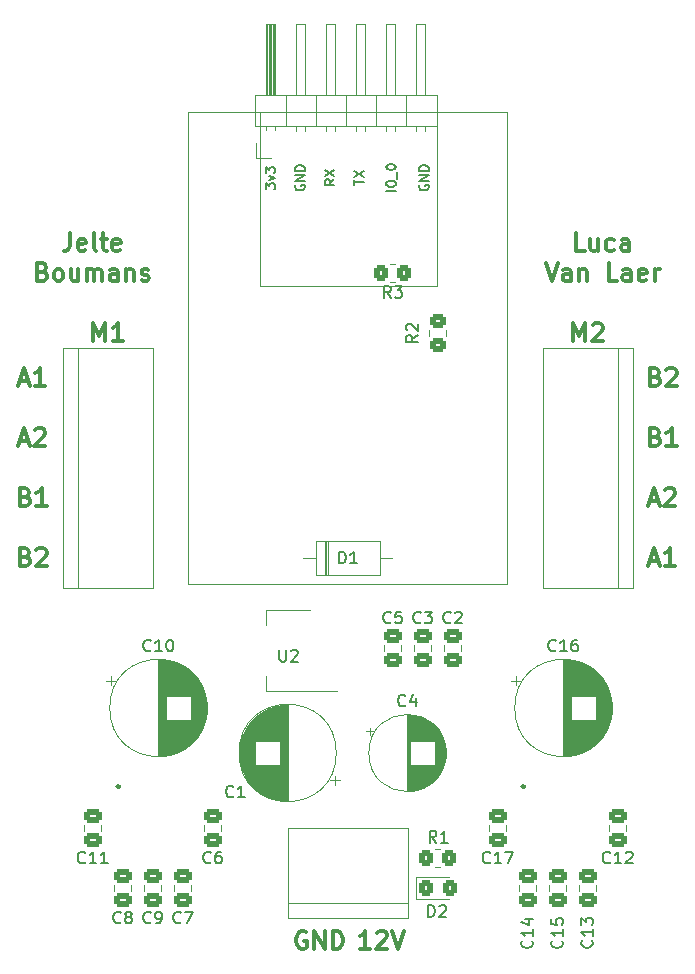
<source format=gto>
G04 #@! TF.GenerationSoftware,KiCad,Pcbnew,(6.0.8)*
G04 #@! TF.CreationDate,2022-12-02T13:55:39+01:00*
G04 #@! TF.ProjectId,xy-systeem,78792d73-7973-4746-9565-6d2e6b696361,rev?*
G04 #@! TF.SameCoordinates,Original*
G04 #@! TF.FileFunction,Legend,Top*
G04 #@! TF.FilePolarity,Positive*
%FSLAX46Y46*%
G04 Gerber Fmt 4.6, Leading zero omitted, Abs format (unit mm)*
G04 Created by KiCad (PCBNEW (6.0.8)) date 2022-12-02 13:55:39*
%MOMM*%
%LPD*%
G01*
G04 APERTURE LIST*
G04 Aperture macros list*
%AMRoundRect*
0 Rectangle with rounded corners*
0 $1 Rounding radius*
0 $2 $3 $4 $5 $6 $7 $8 $9 X,Y pos of 4 corners*
0 Add a 4 corners polygon primitive as box body*
4,1,4,$2,$3,$4,$5,$6,$7,$8,$9,$2,$3,0*
0 Add four circle primitives for the rounded corners*
1,1,$1+$1,$2,$3*
1,1,$1+$1,$4,$5*
1,1,$1+$1,$6,$7*
1,1,$1+$1,$8,$9*
0 Add four rect primitives between the rounded corners*
20,1,$1+$1,$2,$3,$4,$5,0*
20,1,$1+$1,$4,$5,$6,$7,0*
20,1,$1+$1,$6,$7,$8,$9,0*
20,1,$1+$1,$8,$9,$2,$3,0*%
G04 Aperture macros list end*
%ADD10C,0.300000*%
%ADD11C,0.150000*%
%ADD12C,0.250000*%
%ADD13C,0.120000*%
%ADD14C,0.100000*%
%ADD15C,5.000000*%
%ADD16R,0.800000X0.300000*%
%ADD17R,0.300000X0.800000*%
%ADD18R,3.800000X3.800000*%
%ADD19R,2.200000X2.200000*%
%ADD20O,2.200000X2.200000*%
%ADD21RoundRect,0.250000X-0.450000X0.350000X-0.450000X-0.350000X0.450000X-0.350000X0.450000X0.350000X0*%
%ADD22R,2.000000X1.500000*%
%ADD23R,2.000000X3.800000*%
%ADD24RoundRect,0.250000X-0.475000X0.337500X-0.475000X-0.337500X0.475000X-0.337500X0.475000X0.337500X0*%
%ADD25R,1.600000X1.600000*%
%ADD26C,1.600000*%
%ADD27R,1.700000X1.700000*%
%ADD28O,1.700000X1.700000*%
%ADD29RoundRect,0.250000X0.475000X-0.337500X0.475000X0.337500X-0.475000X0.337500X-0.475000X-0.337500X0*%
%ADD30R,3.000000X3.000000*%
%ADD31C,3.000000*%
%ADD32C,1.665000*%
%ADD33R,1.665000X1.665000*%
%ADD34RoundRect,0.250000X-0.325000X-0.450000X0.325000X-0.450000X0.325000X0.450000X-0.325000X0.450000X0*%
%ADD35RoundRect,0.250000X-0.350000X-0.450000X0.350000X-0.450000X0.350000X0.450000X-0.350000X0.450000X0*%
%ADD36RoundRect,0.250000X0.350000X0.450000X-0.350000X0.450000X-0.350000X-0.450000X0.350000X-0.450000X0*%
G04 APERTURE END LIST*
D10*
X116232857Y-101492857D02*
X116447142Y-101564285D01*
X116518571Y-101635714D01*
X116590000Y-101778571D01*
X116590000Y-101992857D01*
X116518571Y-102135714D01*
X116447142Y-102207142D01*
X116304285Y-102278571D01*
X115732857Y-102278571D01*
X115732857Y-100778571D01*
X116232857Y-100778571D01*
X116375714Y-100850000D01*
X116447142Y-100921428D01*
X116518571Y-101064285D01*
X116518571Y-101207142D01*
X116447142Y-101350000D01*
X116375714Y-101421428D01*
X116232857Y-101492857D01*
X115732857Y-101492857D01*
X118018571Y-102278571D02*
X117161428Y-102278571D01*
X117590000Y-102278571D02*
X117590000Y-100778571D01*
X117447142Y-100992857D01*
X117304285Y-101135714D01*
X117161428Y-101207142D01*
X169108571Y-101850000D02*
X169822857Y-101850000D01*
X168965714Y-102278571D02*
X169465714Y-100778571D01*
X169965714Y-102278571D01*
X170394285Y-100921428D02*
X170465714Y-100850000D01*
X170608571Y-100778571D01*
X170965714Y-100778571D01*
X171108571Y-100850000D01*
X171180000Y-100921428D01*
X171251428Y-101064285D01*
X171251428Y-101207142D01*
X171180000Y-101421428D01*
X170322857Y-102278571D01*
X171251428Y-102278571D01*
X169572857Y-91332857D02*
X169787142Y-91404285D01*
X169858571Y-91475714D01*
X169930000Y-91618571D01*
X169930000Y-91832857D01*
X169858571Y-91975714D01*
X169787142Y-92047142D01*
X169644285Y-92118571D01*
X169072857Y-92118571D01*
X169072857Y-90618571D01*
X169572857Y-90618571D01*
X169715714Y-90690000D01*
X169787142Y-90761428D01*
X169858571Y-90904285D01*
X169858571Y-91047142D01*
X169787142Y-91190000D01*
X169715714Y-91261428D01*
X169572857Y-91332857D01*
X169072857Y-91332857D01*
X170501428Y-90761428D02*
X170572857Y-90690000D01*
X170715714Y-90618571D01*
X171072857Y-90618571D01*
X171215714Y-90690000D01*
X171287142Y-90761428D01*
X171358571Y-90904285D01*
X171358571Y-91047142D01*
X171287142Y-91261428D01*
X170430000Y-92118571D01*
X171358571Y-92118571D01*
X163564285Y-80688571D02*
X162850000Y-80688571D01*
X162850000Y-79188571D01*
X164707142Y-79688571D02*
X164707142Y-80688571D01*
X164064285Y-79688571D02*
X164064285Y-80474285D01*
X164135714Y-80617142D01*
X164278571Y-80688571D01*
X164492857Y-80688571D01*
X164635714Y-80617142D01*
X164707142Y-80545714D01*
X166064285Y-80617142D02*
X165921428Y-80688571D01*
X165635714Y-80688571D01*
X165492857Y-80617142D01*
X165421428Y-80545714D01*
X165350000Y-80402857D01*
X165350000Y-79974285D01*
X165421428Y-79831428D01*
X165492857Y-79760000D01*
X165635714Y-79688571D01*
X165921428Y-79688571D01*
X166064285Y-79760000D01*
X167350000Y-80688571D02*
X167350000Y-79902857D01*
X167278571Y-79760000D01*
X167135714Y-79688571D01*
X166850000Y-79688571D01*
X166707142Y-79760000D01*
X167350000Y-80617142D02*
X167207142Y-80688571D01*
X166850000Y-80688571D01*
X166707142Y-80617142D01*
X166635714Y-80474285D01*
X166635714Y-80331428D01*
X166707142Y-80188571D01*
X166850000Y-80117142D01*
X167207142Y-80117142D01*
X167350000Y-80045714D01*
X145439303Y-139750677D02*
X144582160Y-139750677D01*
X145010732Y-139750677D02*
X145010732Y-138250677D01*
X144867875Y-138464963D01*
X144725017Y-138607820D01*
X144582160Y-138679248D01*
X146010732Y-138393534D02*
X146082160Y-138322106D01*
X146225017Y-138250677D01*
X146582160Y-138250677D01*
X146725017Y-138322106D01*
X146796446Y-138393534D01*
X146867875Y-138536391D01*
X146867875Y-138679248D01*
X146796446Y-138893534D01*
X145939303Y-139750677D01*
X146867875Y-139750677D01*
X147296446Y-138250677D02*
X147796446Y-139750677D01*
X148296446Y-138250677D01*
D11*
X136561904Y-75452380D02*
X136561904Y-74957142D01*
X136866666Y-75223809D01*
X136866666Y-75109523D01*
X136904761Y-75033333D01*
X136942857Y-74995238D01*
X137019047Y-74957142D01*
X137209523Y-74957142D01*
X137285714Y-74995238D01*
X137323809Y-75033333D01*
X137361904Y-75109523D01*
X137361904Y-75338095D01*
X137323809Y-75414285D01*
X137285714Y-75452380D01*
X136828571Y-74690476D02*
X137361904Y-74500000D01*
X136828571Y-74309523D01*
X136561904Y-74080952D02*
X136561904Y-73585714D01*
X136866666Y-73852380D01*
X136866666Y-73738095D01*
X136904761Y-73661904D01*
X136942857Y-73623809D01*
X137019047Y-73585714D01*
X137209523Y-73585714D01*
X137285714Y-73623809D01*
X137323809Y-73661904D01*
X137361904Y-73738095D01*
X137361904Y-73966666D01*
X137323809Y-74042857D01*
X137285714Y-74080952D01*
D10*
X120027142Y-79188571D02*
X120027142Y-80260000D01*
X119955714Y-80474285D01*
X119812857Y-80617142D01*
X119598571Y-80688571D01*
X119455714Y-80688571D01*
X121312857Y-80617142D02*
X121170000Y-80688571D01*
X120884285Y-80688571D01*
X120741428Y-80617142D01*
X120670000Y-80474285D01*
X120670000Y-79902857D01*
X120741428Y-79760000D01*
X120884285Y-79688571D01*
X121170000Y-79688571D01*
X121312857Y-79760000D01*
X121384285Y-79902857D01*
X121384285Y-80045714D01*
X120670000Y-80188571D01*
X122241428Y-80688571D02*
X122098571Y-80617142D01*
X122027142Y-80474285D01*
X122027142Y-79188571D01*
X122598571Y-79688571D02*
X123170000Y-79688571D01*
X122812857Y-79188571D02*
X122812857Y-80474285D01*
X122884285Y-80617142D01*
X123027142Y-80688571D01*
X123170000Y-80688571D01*
X124241428Y-80617142D02*
X124098571Y-80688571D01*
X123812857Y-80688571D01*
X123670000Y-80617142D01*
X123598571Y-80474285D01*
X123598571Y-79902857D01*
X123670000Y-79760000D01*
X123812857Y-79688571D01*
X124098571Y-79688571D01*
X124241428Y-79760000D01*
X124312857Y-79902857D01*
X124312857Y-80045714D01*
X123598571Y-80188571D01*
D11*
X147578189Y-75596656D02*
X146778189Y-75596656D01*
X146778189Y-75063323D02*
X146778189Y-74910942D01*
X146816285Y-74834752D01*
X146892475Y-74758561D01*
X147044856Y-74720466D01*
X147311523Y-74720466D01*
X147463904Y-74758561D01*
X147540094Y-74834752D01*
X147578189Y-74910942D01*
X147578189Y-75063323D01*
X147540094Y-75139514D01*
X147463904Y-75215704D01*
X147311523Y-75253799D01*
X147044856Y-75253799D01*
X146892475Y-75215704D01*
X146816285Y-75139514D01*
X146778189Y-75063323D01*
X147654380Y-74568085D02*
X147654380Y-73958561D01*
X146778189Y-73615704D02*
X146778189Y-73539514D01*
X146816285Y-73463323D01*
X146854380Y-73425228D01*
X146930570Y-73387133D01*
X147082951Y-73349037D01*
X147273427Y-73349037D01*
X147425808Y-73387133D01*
X147501999Y-73425228D01*
X147540094Y-73463323D01*
X147578189Y-73539514D01*
X147578189Y-73615704D01*
X147540094Y-73691895D01*
X147501999Y-73729990D01*
X147425808Y-73768085D01*
X147273427Y-73806180D01*
X147082951Y-73806180D01*
X146930570Y-73768085D01*
X146854380Y-73729990D01*
X146816285Y-73691895D01*
X146778189Y-73615704D01*
D10*
X139986830Y-138360064D02*
X139843973Y-138288635D01*
X139629688Y-138288635D01*
X139415402Y-138360064D01*
X139272545Y-138502921D01*
X139201116Y-138645778D01*
X139129688Y-138931492D01*
X139129688Y-139145778D01*
X139201116Y-139431492D01*
X139272545Y-139574349D01*
X139415402Y-139717206D01*
X139629688Y-139788635D01*
X139772545Y-139788635D01*
X139986830Y-139717206D01*
X140058259Y-139645778D01*
X140058259Y-139145778D01*
X139772545Y-139145778D01*
X140701116Y-139788635D02*
X140701116Y-138288635D01*
X141558259Y-139788635D01*
X141558259Y-138288635D01*
X142272545Y-139788635D02*
X142272545Y-138288635D01*
X142629688Y-138288635D01*
X142843973Y-138360064D01*
X142986830Y-138502921D01*
X143058259Y-138645778D01*
X143129688Y-138931492D01*
X143129688Y-139145778D01*
X143058259Y-139431492D01*
X142986830Y-139574349D01*
X142843973Y-139717206D01*
X142629688Y-139788635D01*
X142272545Y-139788635D01*
X169108571Y-106930000D02*
X169822857Y-106930000D01*
X168965714Y-107358571D02*
X169465714Y-105858571D01*
X169965714Y-107358571D01*
X171251428Y-107358571D02*
X170394285Y-107358571D01*
X170822857Y-107358571D02*
X170822857Y-105858571D01*
X170680000Y-106072857D01*
X170537142Y-106215714D01*
X170394285Y-106287142D01*
X116232857Y-106572857D02*
X116447142Y-106644285D01*
X116518571Y-106715714D01*
X116590000Y-106858571D01*
X116590000Y-107072857D01*
X116518571Y-107215714D01*
X116447142Y-107287142D01*
X116304285Y-107358571D01*
X115732857Y-107358571D01*
X115732857Y-105858571D01*
X116232857Y-105858571D01*
X116375714Y-105930000D01*
X116447142Y-106001428D01*
X116518571Y-106144285D01*
X116518571Y-106287142D01*
X116447142Y-106430000D01*
X116375714Y-106501428D01*
X116232857Y-106572857D01*
X115732857Y-106572857D01*
X117161428Y-106001428D02*
X117232857Y-105930000D01*
X117375714Y-105858571D01*
X117732857Y-105858571D01*
X117875714Y-105930000D01*
X117947142Y-106001428D01*
X118018571Y-106144285D01*
X118018571Y-106287142D01*
X117947142Y-106501428D01*
X117090000Y-107358571D01*
X118018571Y-107358571D01*
X117705714Y-82442857D02*
X117920000Y-82514285D01*
X117991428Y-82585714D01*
X118062857Y-82728571D01*
X118062857Y-82942857D01*
X117991428Y-83085714D01*
X117920000Y-83157142D01*
X117777142Y-83228571D01*
X117205714Y-83228571D01*
X117205714Y-81728571D01*
X117705714Y-81728571D01*
X117848571Y-81800000D01*
X117920000Y-81871428D01*
X117991428Y-82014285D01*
X117991428Y-82157142D01*
X117920000Y-82300000D01*
X117848571Y-82371428D01*
X117705714Y-82442857D01*
X117205714Y-82442857D01*
X118920000Y-83228571D02*
X118777142Y-83157142D01*
X118705714Y-83085714D01*
X118634285Y-82942857D01*
X118634285Y-82514285D01*
X118705714Y-82371428D01*
X118777142Y-82300000D01*
X118920000Y-82228571D01*
X119134285Y-82228571D01*
X119277142Y-82300000D01*
X119348571Y-82371428D01*
X119420000Y-82514285D01*
X119420000Y-82942857D01*
X119348571Y-83085714D01*
X119277142Y-83157142D01*
X119134285Y-83228571D01*
X118920000Y-83228571D01*
X120705714Y-82228571D02*
X120705714Y-83228571D01*
X120062857Y-82228571D02*
X120062857Y-83014285D01*
X120134285Y-83157142D01*
X120277142Y-83228571D01*
X120491428Y-83228571D01*
X120634285Y-83157142D01*
X120705714Y-83085714D01*
X121420000Y-83228571D02*
X121420000Y-82228571D01*
X121420000Y-82371428D02*
X121491428Y-82300000D01*
X121634285Y-82228571D01*
X121848571Y-82228571D01*
X121991428Y-82300000D01*
X122062857Y-82442857D01*
X122062857Y-83228571D01*
X122062857Y-82442857D02*
X122134285Y-82300000D01*
X122277142Y-82228571D01*
X122491428Y-82228571D01*
X122634285Y-82300000D01*
X122705714Y-82442857D01*
X122705714Y-83228571D01*
X124062857Y-83228571D02*
X124062857Y-82442857D01*
X123991428Y-82300000D01*
X123848571Y-82228571D01*
X123562857Y-82228571D01*
X123420000Y-82300000D01*
X124062857Y-83157142D02*
X123920000Y-83228571D01*
X123562857Y-83228571D01*
X123420000Y-83157142D01*
X123348571Y-83014285D01*
X123348571Y-82871428D01*
X123420000Y-82728571D01*
X123562857Y-82657142D01*
X123920000Y-82657142D01*
X124062857Y-82585714D01*
X124777142Y-82228571D02*
X124777142Y-83228571D01*
X124777142Y-82371428D02*
X124848571Y-82300000D01*
X124991428Y-82228571D01*
X125205714Y-82228571D01*
X125348571Y-82300000D01*
X125420000Y-82442857D01*
X125420000Y-83228571D01*
X126062857Y-83157142D02*
X126205714Y-83228571D01*
X126491428Y-83228571D01*
X126634285Y-83157142D01*
X126705714Y-83014285D01*
X126705714Y-82942857D01*
X126634285Y-82800000D01*
X126491428Y-82728571D01*
X126277142Y-82728571D01*
X126134285Y-82657142D01*
X126062857Y-82514285D01*
X126062857Y-82442857D01*
X126134285Y-82300000D01*
X126277142Y-82228571D01*
X126491428Y-82228571D01*
X126634285Y-82300000D01*
X115768571Y-96770000D02*
X116482857Y-96770000D01*
X115625714Y-97198571D02*
X116125714Y-95698571D01*
X116625714Y-97198571D01*
X117054285Y-95841428D02*
X117125714Y-95770000D01*
X117268571Y-95698571D01*
X117625714Y-95698571D01*
X117768571Y-95770000D01*
X117840000Y-95841428D01*
X117911428Y-95984285D01*
X117911428Y-96127142D01*
X117840000Y-96341428D01*
X116982857Y-97198571D01*
X117911428Y-97198571D01*
X121975714Y-88308571D02*
X121975714Y-86808571D01*
X122475714Y-87880000D01*
X122975714Y-86808571D01*
X122975714Y-88308571D01*
X124475714Y-88308571D02*
X123618571Y-88308571D01*
X124047142Y-88308571D02*
X124047142Y-86808571D01*
X123904285Y-87022857D01*
X123761428Y-87165714D01*
X123618571Y-87237142D01*
X169572857Y-96412857D02*
X169787142Y-96484285D01*
X169858571Y-96555714D01*
X169930000Y-96698571D01*
X169930000Y-96912857D01*
X169858571Y-97055714D01*
X169787142Y-97127142D01*
X169644285Y-97198571D01*
X169072857Y-97198571D01*
X169072857Y-95698571D01*
X169572857Y-95698571D01*
X169715714Y-95770000D01*
X169787142Y-95841428D01*
X169858571Y-95984285D01*
X169858571Y-96127142D01*
X169787142Y-96270000D01*
X169715714Y-96341428D01*
X169572857Y-96412857D01*
X169072857Y-96412857D01*
X171358571Y-97198571D02*
X170501428Y-97198571D01*
X170930000Y-97198571D02*
X170930000Y-95698571D01*
X170787142Y-95912857D01*
X170644285Y-96055714D01*
X170501428Y-96127142D01*
D11*
X142361904Y-74633333D02*
X141980952Y-74900000D01*
X142361904Y-75090476D02*
X141561904Y-75090476D01*
X141561904Y-74785714D01*
X141600000Y-74709523D01*
X141638095Y-74671428D01*
X141714285Y-74633333D01*
X141828571Y-74633333D01*
X141904761Y-74671428D01*
X141942857Y-74709523D01*
X141980952Y-74785714D01*
X141980952Y-75090476D01*
X141561904Y-74366666D02*
X142361904Y-73833333D01*
X141561904Y-73833333D02*
X142361904Y-74366666D01*
X139100000Y-75109523D02*
X139061904Y-75185714D01*
X139061904Y-75300000D01*
X139100000Y-75414285D01*
X139176190Y-75490476D01*
X139252380Y-75528571D01*
X139404761Y-75566666D01*
X139519047Y-75566666D01*
X139671428Y-75528571D01*
X139747619Y-75490476D01*
X139823809Y-75414285D01*
X139861904Y-75300000D01*
X139861904Y-75223809D01*
X139823809Y-75109523D01*
X139785714Y-75071428D01*
X139519047Y-75071428D01*
X139519047Y-75223809D01*
X139861904Y-74728571D02*
X139061904Y-74728571D01*
X139861904Y-74271428D01*
X139061904Y-74271428D01*
X139861904Y-73890476D02*
X139061904Y-73890476D01*
X139061904Y-73700000D01*
X139100000Y-73585714D01*
X139176190Y-73509523D01*
X139252380Y-73471428D01*
X139404761Y-73433333D01*
X139519047Y-73433333D01*
X139671428Y-73471428D01*
X139747619Y-73509523D01*
X139823809Y-73585714D01*
X139861904Y-73700000D01*
X139861904Y-73890476D01*
D10*
X162615714Y-88308571D02*
X162615714Y-86808571D01*
X163115714Y-87880000D01*
X163615714Y-86808571D01*
X163615714Y-88308571D01*
X164258571Y-86951428D02*
X164330000Y-86880000D01*
X164472857Y-86808571D01*
X164830000Y-86808571D01*
X164972857Y-86880000D01*
X165044285Y-86951428D01*
X165115714Y-87094285D01*
X165115714Y-87237142D01*
X165044285Y-87451428D01*
X164187142Y-88308571D01*
X165115714Y-88308571D01*
D11*
X144061904Y-75109523D02*
X144061904Y-74652380D01*
X144861904Y-74880952D02*
X144061904Y-74880952D01*
X144061904Y-74461904D02*
X144861904Y-73928571D01*
X144061904Y-73928571D02*
X144861904Y-74461904D01*
D10*
X115768571Y-91690000D02*
X116482857Y-91690000D01*
X115625714Y-92118571D02*
X116125714Y-90618571D01*
X116625714Y-92118571D01*
X117911428Y-92118571D02*
X117054285Y-92118571D01*
X117482857Y-92118571D02*
X117482857Y-90618571D01*
X117340000Y-90832857D01*
X117197142Y-90975714D01*
X117054285Y-91047142D01*
D11*
X149600000Y-75109523D02*
X149561904Y-75185714D01*
X149561904Y-75300000D01*
X149600000Y-75414285D01*
X149676190Y-75490476D01*
X149752380Y-75528571D01*
X149904761Y-75566666D01*
X150019047Y-75566666D01*
X150171428Y-75528571D01*
X150247619Y-75490476D01*
X150323809Y-75414285D01*
X150361904Y-75300000D01*
X150361904Y-75223809D01*
X150323809Y-75109523D01*
X150285714Y-75071428D01*
X150019047Y-75071428D01*
X150019047Y-75223809D01*
X150361904Y-74728571D02*
X149561904Y-74728571D01*
X150361904Y-74271428D01*
X149561904Y-74271428D01*
X150361904Y-73890476D02*
X149561904Y-73890476D01*
X149561904Y-73700000D01*
X149600000Y-73585714D01*
X149676190Y-73509523D01*
X149752380Y-73471428D01*
X149904761Y-73433333D01*
X150019047Y-73433333D01*
X150171428Y-73471428D01*
X150247619Y-73509523D01*
X150323809Y-73585714D01*
X150361904Y-73700000D01*
X150361904Y-73890476D01*
D10*
X160278571Y-81728571D02*
X160778571Y-83228571D01*
X161278571Y-81728571D01*
X162421428Y-83228571D02*
X162421428Y-82442857D01*
X162350000Y-82300000D01*
X162207142Y-82228571D01*
X161921428Y-82228571D01*
X161778571Y-82300000D01*
X162421428Y-83157142D02*
X162278571Y-83228571D01*
X161921428Y-83228571D01*
X161778571Y-83157142D01*
X161707142Y-83014285D01*
X161707142Y-82871428D01*
X161778571Y-82728571D01*
X161921428Y-82657142D01*
X162278571Y-82657142D01*
X162421428Y-82585714D01*
X163135714Y-82228571D02*
X163135714Y-83228571D01*
X163135714Y-82371428D02*
X163207142Y-82300000D01*
X163350000Y-82228571D01*
X163564285Y-82228571D01*
X163707142Y-82300000D01*
X163778571Y-82442857D01*
X163778571Y-83228571D01*
X166350000Y-83228571D02*
X165635714Y-83228571D01*
X165635714Y-81728571D01*
X167492857Y-83228571D02*
X167492857Y-82442857D01*
X167421428Y-82300000D01*
X167278571Y-82228571D01*
X166992857Y-82228571D01*
X166850000Y-82300000D01*
X167492857Y-83157142D02*
X167350000Y-83228571D01*
X166992857Y-83228571D01*
X166850000Y-83157142D01*
X166778571Y-83014285D01*
X166778571Y-82871428D01*
X166850000Y-82728571D01*
X166992857Y-82657142D01*
X167350000Y-82657142D01*
X167492857Y-82585714D01*
X168778571Y-83157142D02*
X168635714Y-83228571D01*
X168350000Y-83228571D01*
X168207142Y-83157142D01*
X168135714Y-83014285D01*
X168135714Y-82442857D01*
X168207142Y-82300000D01*
X168350000Y-82228571D01*
X168635714Y-82228571D01*
X168778571Y-82300000D01*
X168850000Y-82442857D01*
X168850000Y-82585714D01*
X168135714Y-82728571D01*
X169492857Y-83228571D02*
X169492857Y-82228571D01*
X169492857Y-82514285D02*
X169564285Y-82371428D01*
X169635714Y-82300000D01*
X169778571Y-82228571D01*
X169921428Y-82228571D01*
D11*
X142771904Y-107132380D02*
X142771904Y-106132380D01*
X143010000Y-106132380D01*
X143152857Y-106180000D01*
X143248095Y-106275238D01*
X143295714Y-106370476D01*
X143343333Y-106560952D01*
X143343333Y-106703809D01*
X143295714Y-106894285D01*
X143248095Y-106989523D01*
X143152857Y-107084761D01*
X143010000Y-107132380D01*
X142771904Y-107132380D01*
X144295714Y-107132380D02*
X143724285Y-107132380D01*
X144010000Y-107132380D02*
X144010000Y-106132380D01*
X143914761Y-106275238D01*
X143819523Y-106370476D01*
X143724285Y-106418095D01*
X149452380Y-87796666D02*
X148976190Y-88130000D01*
X149452380Y-88368095D02*
X148452380Y-88368095D01*
X148452380Y-87987142D01*
X148500000Y-87891904D01*
X148547619Y-87844285D01*
X148642857Y-87796666D01*
X148785714Y-87796666D01*
X148880952Y-87844285D01*
X148928571Y-87891904D01*
X148976190Y-87987142D01*
X148976190Y-88368095D01*
X148547619Y-87415714D02*
X148500000Y-87368095D01*
X148452380Y-87272857D01*
X148452380Y-87034761D01*
X148500000Y-86939523D01*
X148547619Y-86891904D01*
X148642857Y-86844285D01*
X148738095Y-86844285D01*
X148880952Y-86891904D01*
X149452380Y-87463333D01*
X149452380Y-86844285D01*
X137738095Y-114452380D02*
X137738095Y-115261904D01*
X137785714Y-115357142D01*
X137833333Y-115404761D01*
X137928571Y-115452380D01*
X138119047Y-115452380D01*
X138214285Y-115404761D01*
X138261904Y-115357142D01*
X138309523Y-115261904D01*
X138309523Y-114452380D01*
X138738095Y-114547619D02*
X138785714Y-114500000D01*
X138880952Y-114452380D01*
X139119047Y-114452380D01*
X139214285Y-114500000D01*
X139261904Y-114547619D01*
X139309523Y-114642857D01*
X139309523Y-114738095D01*
X139261904Y-114880952D01*
X138690476Y-115452380D01*
X139309523Y-115452380D01*
X129373333Y-137517142D02*
X129325714Y-137564761D01*
X129182857Y-137612380D01*
X129087619Y-137612380D01*
X128944761Y-137564761D01*
X128849523Y-137469523D01*
X128801904Y-137374285D01*
X128754285Y-137183809D01*
X128754285Y-137040952D01*
X128801904Y-136850476D01*
X128849523Y-136755238D01*
X128944761Y-136660000D01*
X129087619Y-136612380D01*
X129182857Y-136612380D01*
X129325714Y-136660000D01*
X129373333Y-136707619D01*
X129706666Y-136612380D02*
X130373333Y-136612380D01*
X129944761Y-137612380D01*
X126833333Y-137517142D02*
X126785714Y-137564761D01*
X126642857Y-137612380D01*
X126547619Y-137612380D01*
X126404761Y-137564761D01*
X126309523Y-137469523D01*
X126261904Y-137374285D01*
X126214285Y-137183809D01*
X126214285Y-137040952D01*
X126261904Y-136850476D01*
X126309523Y-136755238D01*
X126404761Y-136660000D01*
X126547619Y-136612380D01*
X126642857Y-136612380D01*
X126785714Y-136660000D01*
X126833333Y-136707619D01*
X127309523Y-137612380D02*
X127500000Y-137612380D01*
X127595238Y-137564761D01*
X127642857Y-137517142D01*
X127738095Y-137374285D01*
X127785714Y-137183809D01*
X127785714Y-136802857D01*
X127738095Y-136707619D01*
X127690476Y-136660000D01*
X127595238Y-136612380D01*
X127404761Y-136612380D01*
X127309523Y-136660000D01*
X127261904Y-136707619D01*
X127214285Y-136802857D01*
X127214285Y-137040952D01*
X127261904Y-137136190D01*
X127309523Y-137183809D01*
X127404761Y-137231428D01*
X127595238Y-137231428D01*
X127690476Y-137183809D01*
X127738095Y-137136190D01*
X127785714Y-137040952D01*
X152233333Y-112117142D02*
X152185714Y-112164761D01*
X152042857Y-112212380D01*
X151947619Y-112212380D01*
X151804761Y-112164761D01*
X151709523Y-112069523D01*
X151661904Y-111974285D01*
X151614285Y-111783809D01*
X151614285Y-111640952D01*
X151661904Y-111450476D01*
X151709523Y-111355238D01*
X151804761Y-111260000D01*
X151947619Y-111212380D01*
X152042857Y-111212380D01*
X152185714Y-111260000D01*
X152233333Y-111307619D01*
X152614285Y-111307619D02*
X152661904Y-111260000D01*
X152757142Y-111212380D01*
X152995238Y-111212380D01*
X153090476Y-111260000D01*
X153138095Y-111307619D01*
X153185714Y-111402857D01*
X153185714Y-111498095D01*
X153138095Y-111640952D01*
X152566666Y-112212380D01*
X153185714Y-112212380D01*
X126837142Y-114487142D02*
X126789523Y-114534761D01*
X126646666Y-114582380D01*
X126551428Y-114582380D01*
X126408571Y-114534761D01*
X126313333Y-114439523D01*
X126265714Y-114344285D01*
X126218095Y-114153809D01*
X126218095Y-114010952D01*
X126265714Y-113820476D01*
X126313333Y-113725238D01*
X126408571Y-113630000D01*
X126551428Y-113582380D01*
X126646666Y-113582380D01*
X126789523Y-113630000D01*
X126837142Y-113677619D01*
X127789523Y-114582380D02*
X127218095Y-114582380D01*
X127503809Y-114582380D02*
X127503809Y-113582380D01*
X127408571Y-113725238D01*
X127313333Y-113820476D01*
X127218095Y-113868095D01*
X128408571Y-113582380D02*
X128503809Y-113582380D01*
X128599047Y-113630000D01*
X128646666Y-113677619D01*
X128694285Y-113772857D01*
X128741904Y-113963333D01*
X128741904Y-114201428D01*
X128694285Y-114391904D01*
X128646666Y-114487142D01*
X128599047Y-114534761D01*
X128503809Y-114582380D01*
X128408571Y-114582380D01*
X128313333Y-114534761D01*
X128265714Y-114487142D01*
X128218095Y-114391904D01*
X128170476Y-114201428D01*
X128170476Y-113963333D01*
X128218095Y-113772857D01*
X128265714Y-113677619D01*
X128313333Y-113630000D01*
X128408571Y-113582380D01*
X165727142Y-132437142D02*
X165679523Y-132484761D01*
X165536666Y-132532380D01*
X165441428Y-132532380D01*
X165298571Y-132484761D01*
X165203333Y-132389523D01*
X165155714Y-132294285D01*
X165108095Y-132103809D01*
X165108095Y-131960952D01*
X165155714Y-131770476D01*
X165203333Y-131675238D01*
X165298571Y-131580000D01*
X165441428Y-131532380D01*
X165536666Y-131532380D01*
X165679523Y-131580000D01*
X165727142Y-131627619D01*
X166679523Y-132532380D02*
X166108095Y-132532380D01*
X166393809Y-132532380D02*
X166393809Y-131532380D01*
X166298571Y-131675238D01*
X166203333Y-131770476D01*
X166108095Y-131818095D01*
X167060476Y-131627619D02*
X167108095Y-131580000D01*
X167203333Y-131532380D01*
X167441428Y-131532380D01*
X167536666Y-131580000D01*
X167584285Y-131627619D01*
X167631904Y-131722857D01*
X167631904Y-131818095D01*
X167584285Y-131960952D01*
X167012857Y-132532380D01*
X167631904Y-132532380D01*
X124293333Y-137517142D02*
X124245714Y-137564761D01*
X124102857Y-137612380D01*
X124007619Y-137612380D01*
X123864761Y-137564761D01*
X123769523Y-137469523D01*
X123721904Y-137374285D01*
X123674285Y-137183809D01*
X123674285Y-137040952D01*
X123721904Y-136850476D01*
X123769523Y-136755238D01*
X123864761Y-136660000D01*
X124007619Y-136612380D01*
X124102857Y-136612380D01*
X124245714Y-136660000D01*
X124293333Y-136707619D01*
X124864761Y-137040952D02*
X124769523Y-136993333D01*
X124721904Y-136945714D01*
X124674285Y-136850476D01*
X124674285Y-136802857D01*
X124721904Y-136707619D01*
X124769523Y-136660000D01*
X124864761Y-136612380D01*
X125055238Y-136612380D01*
X125150476Y-136660000D01*
X125198095Y-136707619D01*
X125245714Y-136802857D01*
X125245714Y-136850476D01*
X125198095Y-136945714D01*
X125150476Y-136993333D01*
X125055238Y-137040952D01*
X124864761Y-137040952D01*
X124769523Y-137088571D01*
X124721904Y-137136190D01*
X124674285Y-137231428D01*
X124674285Y-137421904D01*
X124721904Y-137517142D01*
X124769523Y-137564761D01*
X124864761Y-137612380D01*
X125055238Y-137612380D01*
X125150476Y-137564761D01*
X125198095Y-137517142D01*
X125245714Y-137421904D01*
X125245714Y-137231428D01*
X125198095Y-137136190D01*
X125150476Y-137088571D01*
X125055238Y-137040952D01*
X147153333Y-112117142D02*
X147105714Y-112164761D01*
X146962857Y-112212380D01*
X146867619Y-112212380D01*
X146724761Y-112164761D01*
X146629523Y-112069523D01*
X146581904Y-111974285D01*
X146534285Y-111783809D01*
X146534285Y-111640952D01*
X146581904Y-111450476D01*
X146629523Y-111355238D01*
X146724761Y-111260000D01*
X146867619Y-111212380D01*
X146962857Y-111212380D01*
X147105714Y-111260000D01*
X147153333Y-111307619D01*
X148058095Y-111212380D02*
X147581904Y-111212380D01*
X147534285Y-111688571D01*
X147581904Y-111640952D01*
X147677142Y-111593333D01*
X147915238Y-111593333D01*
X148010476Y-111640952D01*
X148058095Y-111688571D01*
X148105714Y-111783809D01*
X148105714Y-112021904D01*
X148058095Y-112117142D01*
X148010476Y-112164761D01*
X147915238Y-112212380D01*
X147677142Y-112212380D01*
X147581904Y-112164761D01*
X147534285Y-112117142D01*
X155567142Y-132437142D02*
X155519523Y-132484761D01*
X155376666Y-132532380D01*
X155281428Y-132532380D01*
X155138571Y-132484761D01*
X155043333Y-132389523D01*
X154995714Y-132294285D01*
X154948095Y-132103809D01*
X154948095Y-131960952D01*
X154995714Y-131770476D01*
X155043333Y-131675238D01*
X155138571Y-131580000D01*
X155281428Y-131532380D01*
X155376666Y-131532380D01*
X155519523Y-131580000D01*
X155567142Y-131627619D01*
X156519523Y-132532380D02*
X155948095Y-132532380D01*
X156233809Y-132532380D02*
X156233809Y-131532380D01*
X156138571Y-131675238D01*
X156043333Y-131770476D01*
X155948095Y-131818095D01*
X156852857Y-131532380D02*
X157519523Y-131532380D01*
X157090952Y-132532380D01*
X148403333Y-119147142D02*
X148355714Y-119194761D01*
X148212857Y-119242380D01*
X148117619Y-119242380D01*
X147974761Y-119194761D01*
X147879523Y-119099523D01*
X147831904Y-119004285D01*
X147784285Y-118813809D01*
X147784285Y-118670952D01*
X147831904Y-118480476D01*
X147879523Y-118385238D01*
X147974761Y-118290000D01*
X148117619Y-118242380D01*
X148212857Y-118242380D01*
X148355714Y-118290000D01*
X148403333Y-118337619D01*
X149260476Y-118575714D02*
X149260476Y-119242380D01*
X149022380Y-118194761D02*
X148784285Y-118909047D01*
X149403333Y-118909047D01*
X133833333Y-126857142D02*
X133785714Y-126904761D01*
X133642857Y-126952380D01*
X133547619Y-126952380D01*
X133404761Y-126904761D01*
X133309523Y-126809523D01*
X133261904Y-126714285D01*
X133214285Y-126523809D01*
X133214285Y-126380952D01*
X133261904Y-126190476D01*
X133309523Y-126095238D01*
X133404761Y-126000000D01*
X133547619Y-125952380D01*
X133642857Y-125952380D01*
X133785714Y-126000000D01*
X133833333Y-126047619D01*
X134785714Y-126952380D02*
X134214285Y-126952380D01*
X134500000Y-126952380D02*
X134500000Y-125952380D01*
X134404761Y-126095238D01*
X134309523Y-126190476D01*
X134214285Y-126238095D01*
X159107142Y-139072857D02*
X159154761Y-139120476D01*
X159202380Y-139263333D01*
X159202380Y-139358571D01*
X159154761Y-139501428D01*
X159059523Y-139596666D01*
X158964285Y-139644285D01*
X158773809Y-139691904D01*
X158630952Y-139691904D01*
X158440476Y-139644285D01*
X158345238Y-139596666D01*
X158250000Y-139501428D01*
X158202380Y-139358571D01*
X158202380Y-139263333D01*
X158250000Y-139120476D01*
X158297619Y-139072857D01*
X159202380Y-138120476D02*
X159202380Y-138691904D01*
X159202380Y-138406190D02*
X158202380Y-138406190D01*
X158345238Y-138501428D01*
X158440476Y-138596666D01*
X158488095Y-138691904D01*
X158535714Y-137263333D02*
X159202380Y-137263333D01*
X158154761Y-137501428D02*
X158869047Y-137739523D01*
X158869047Y-137120476D01*
X161127142Y-114487142D02*
X161079523Y-114534761D01*
X160936666Y-114582380D01*
X160841428Y-114582380D01*
X160698571Y-114534761D01*
X160603333Y-114439523D01*
X160555714Y-114344285D01*
X160508095Y-114153809D01*
X160508095Y-114010952D01*
X160555714Y-113820476D01*
X160603333Y-113725238D01*
X160698571Y-113630000D01*
X160841428Y-113582380D01*
X160936666Y-113582380D01*
X161079523Y-113630000D01*
X161127142Y-113677619D01*
X162079523Y-114582380D02*
X161508095Y-114582380D01*
X161793809Y-114582380D02*
X161793809Y-113582380D01*
X161698571Y-113725238D01*
X161603333Y-113820476D01*
X161508095Y-113868095D01*
X162936666Y-113582380D02*
X162746190Y-113582380D01*
X162650952Y-113630000D01*
X162603333Y-113677619D01*
X162508095Y-113820476D01*
X162460476Y-114010952D01*
X162460476Y-114391904D01*
X162508095Y-114487142D01*
X162555714Y-114534761D01*
X162650952Y-114582380D01*
X162841428Y-114582380D01*
X162936666Y-114534761D01*
X162984285Y-114487142D01*
X163031904Y-114391904D01*
X163031904Y-114153809D01*
X162984285Y-114058571D01*
X162936666Y-114010952D01*
X162841428Y-113963333D01*
X162650952Y-113963333D01*
X162555714Y-114010952D01*
X162508095Y-114058571D01*
X162460476Y-114153809D01*
X161647142Y-139072857D02*
X161694761Y-139120476D01*
X161742380Y-139263333D01*
X161742380Y-139358571D01*
X161694761Y-139501428D01*
X161599523Y-139596666D01*
X161504285Y-139644285D01*
X161313809Y-139691904D01*
X161170952Y-139691904D01*
X160980476Y-139644285D01*
X160885238Y-139596666D01*
X160790000Y-139501428D01*
X160742380Y-139358571D01*
X160742380Y-139263333D01*
X160790000Y-139120476D01*
X160837619Y-139072857D01*
X161742380Y-138120476D02*
X161742380Y-138691904D01*
X161742380Y-138406190D02*
X160742380Y-138406190D01*
X160885238Y-138501428D01*
X160980476Y-138596666D01*
X161028095Y-138691904D01*
X160742380Y-137215714D02*
X160742380Y-137691904D01*
X161218571Y-137739523D01*
X161170952Y-137691904D01*
X161123333Y-137596666D01*
X161123333Y-137358571D01*
X161170952Y-137263333D01*
X161218571Y-137215714D01*
X161313809Y-137168095D01*
X161551904Y-137168095D01*
X161647142Y-137215714D01*
X161694761Y-137263333D01*
X161742380Y-137358571D01*
X161742380Y-137596666D01*
X161694761Y-137691904D01*
X161647142Y-137739523D01*
X150325606Y-137069890D02*
X150325606Y-136069890D01*
X150563702Y-136069890D01*
X150706559Y-136117510D01*
X150801797Y-136212748D01*
X150849416Y-136307986D01*
X150897035Y-136498462D01*
X150897035Y-136641319D01*
X150849416Y-136831795D01*
X150801797Y-136927033D01*
X150706559Y-137022271D01*
X150563702Y-137069890D01*
X150325606Y-137069890D01*
X151277987Y-136165129D02*
X151325606Y-136117510D01*
X151420844Y-136069890D01*
X151658940Y-136069890D01*
X151754178Y-136117510D01*
X151801797Y-136165129D01*
X151849416Y-136260367D01*
X151849416Y-136355605D01*
X151801797Y-136498462D01*
X151230368Y-137069890D01*
X151849416Y-137069890D01*
X149693333Y-112117142D02*
X149645714Y-112164761D01*
X149502857Y-112212380D01*
X149407619Y-112212380D01*
X149264761Y-112164761D01*
X149169523Y-112069523D01*
X149121904Y-111974285D01*
X149074285Y-111783809D01*
X149074285Y-111640952D01*
X149121904Y-111450476D01*
X149169523Y-111355238D01*
X149264761Y-111260000D01*
X149407619Y-111212380D01*
X149502857Y-111212380D01*
X149645714Y-111260000D01*
X149693333Y-111307619D01*
X150026666Y-111212380D02*
X150645714Y-111212380D01*
X150312380Y-111593333D01*
X150455238Y-111593333D01*
X150550476Y-111640952D01*
X150598095Y-111688571D01*
X150645714Y-111783809D01*
X150645714Y-112021904D01*
X150598095Y-112117142D01*
X150550476Y-112164761D01*
X150455238Y-112212380D01*
X150169523Y-112212380D01*
X150074285Y-112164761D01*
X150026666Y-112117142D01*
X151010352Y-130780781D02*
X150677019Y-130304591D01*
X150438923Y-130780781D02*
X150438923Y-129780781D01*
X150819876Y-129780781D01*
X150915114Y-129828401D01*
X150962733Y-129876020D01*
X151010352Y-129971258D01*
X151010352Y-130114115D01*
X150962733Y-130209353D01*
X150915114Y-130256972D01*
X150819876Y-130304591D01*
X150438923Y-130304591D01*
X151962733Y-130780781D02*
X151391304Y-130780781D01*
X151677019Y-130780781D02*
X151677019Y-129780781D01*
X151581780Y-129923639D01*
X151486542Y-130018877D01*
X151391304Y-130066496D01*
X121277142Y-132437142D02*
X121229523Y-132484761D01*
X121086666Y-132532380D01*
X120991428Y-132532380D01*
X120848571Y-132484761D01*
X120753333Y-132389523D01*
X120705714Y-132294285D01*
X120658095Y-132103809D01*
X120658095Y-131960952D01*
X120705714Y-131770476D01*
X120753333Y-131675238D01*
X120848571Y-131580000D01*
X120991428Y-131532380D01*
X121086666Y-131532380D01*
X121229523Y-131580000D01*
X121277142Y-131627619D01*
X122229523Y-132532380D02*
X121658095Y-132532380D01*
X121943809Y-132532380D02*
X121943809Y-131532380D01*
X121848571Y-131675238D01*
X121753333Y-131770476D01*
X121658095Y-131818095D01*
X123181904Y-132532380D02*
X122610476Y-132532380D01*
X122896190Y-132532380D02*
X122896190Y-131532380D01*
X122800952Y-131675238D01*
X122705714Y-131770476D01*
X122610476Y-131818095D01*
X164185524Y-139047551D02*
X164233143Y-139095170D01*
X164280762Y-139238027D01*
X164280762Y-139333265D01*
X164233143Y-139476122D01*
X164137905Y-139571360D01*
X164042667Y-139618979D01*
X163852191Y-139666598D01*
X163709334Y-139666598D01*
X163518858Y-139618979D01*
X163423620Y-139571360D01*
X163328382Y-139476122D01*
X163280762Y-139333265D01*
X163280762Y-139238027D01*
X163328382Y-139095170D01*
X163376001Y-139047551D01*
X164280762Y-138095170D02*
X164280762Y-138666598D01*
X164280762Y-138380884D02*
X163280762Y-138380884D01*
X163423620Y-138476122D01*
X163518858Y-138571360D01*
X163566477Y-138666598D01*
X163280762Y-137761836D02*
X163280762Y-137142789D01*
X163661715Y-137476122D01*
X163661715Y-137333265D01*
X163709334Y-137238027D01*
X163756953Y-137190408D01*
X163852191Y-137142789D01*
X164090286Y-137142789D01*
X164185524Y-137190408D01*
X164233143Y-137238027D01*
X164280762Y-137333265D01*
X164280762Y-137618979D01*
X164233143Y-137714217D01*
X164185524Y-137761836D01*
X131913333Y-132437142D02*
X131865714Y-132484761D01*
X131722857Y-132532380D01*
X131627619Y-132532380D01*
X131484761Y-132484761D01*
X131389523Y-132389523D01*
X131341904Y-132294285D01*
X131294285Y-132103809D01*
X131294285Y-131960952D01*
X131341904Y-131770476D01*
X131389523Y-131675238D01*
X131484761Y-131580000D01*
X131627619Y-131532380D01*
X131722857Y-131532380D01*
X131865714Y-131580000D01*
X131913333Y-131627619D01*
X132770476Y-131532380D02*
X132580000Y-131532380D01*
X132484761Y-131580000D01*
X132437142Y-131627619D01*
X132341904Y-131770476D01*
X132294285Y-131960952D01*
X132294285Y-132341904D01*
X132341904Y-132437142D01*
X132389523Y-132484761D01*
X132484761Y-132532380D01*
X132675238Y-132532380D01*
X132770476Y-132484761D01*
X132818095Y-132437142D01*
X132865714Y-132341904D01*
X132865714Y-132103809D01*
X132818095Y-132008571D01*
X132770476Y-131960952D01*
X132675238Y-131913333D01*
X132484761Y-131913333D01*
X132389523Y-131960952D01*
X132341904Y-132008571D01*
X132294285Y-132103809D01*
X147153333Y-84652380D02*
X146820000Y-84176190D01*
X146581904Y-84652380D02*
X146581904Y-83652380D01*
X146962857Y-83652380D01*
X147058095Y-83700000D01*
X147105714Y-83747619D01*
X147153333Y-83842857D01*
X147153333Y-83985714D01*
X147105714Y-84080952D01*
X147058095Y-84128571D01*
X146962857Y-84176190D01*
X146581904Y-84176190D01*
X147486666Y-83652380D02*
X148105714Y-83652380D01*
X147772380Y-84033333D01*
X147915238Y-84033333D01*
X148010476Y-84080952D01*
X148058095Y-84128571D01*
X148105714Y-84223809D01*
X148105714Y-84461904D01*
X148058095Y-84557142D01*
X148010476Y-84604761D01*
X147915238Y-84652380D01*
X147629523Y-84652380D01*
X147534285Y-84604761D01*
X147486666Y-84557142D01*
D12*
X158515000Y-126020000D02*
G75*
G03*
X158515000Y-126020000I-125000J0D01*
G01*
D13*
X141570000Y-105210000D02*
X141570000Y-108150000D01*
X146230000Y-105210000D02*
X140790000Y-105210000D01*
X146230000Y-108150000D02*
X146230000Y-105210000D01*
X147250000Y-106680000D02*
X146230000Y-106680000D01*
X140790000Y-108150000D02*
X146230000Y-108150000D01*
X141690000Y-105210000D02*
X141690000Y-108150000D01*
X141810000Y-105210000D02*
X141810000Y-108150000D01*
X140790000Y-105210000D02*
X140790000Y-108150000D01*
X139770000Y-106680000D02*
X140790000Y-106680000D01*
X151865000Y-87402936D02*
X151865000Y-87857064D01*
X150395000Y-87402936D02*
X150395000Y-87857064D01*
X136590000Y-117910000D02*
X136590000Y-116650000D01*
X140350000Y-111090000D02*
X136590000Y-111090000D01*
X136590000Y-111090000D02*
X136590000Y-112350000D01*
X142600000Y-117910000D02*
X136590000Y-117910000D01*
X130275000Y-134358748D02*
X130275000Y-134881252D01*
X128805000Y-134358748D02*
X128805000Y-134881252D01*
X127735000Y-134358748D02*
X127735000Y-134881252D01*
X126265000Y-134358748D02*
X126265000Y-134881252D01*
X151665000Y-114038748D02*
X151665000Y-114561252D01*
X153135000Y-114038748D02*
X153135000Y-114561252D01*
X130481000Y-116596000D02*
X130481000Y-122164000D01*
X128601000Y-120420000D02*
X128601000Y-123305000D01*
X127800000Y-115312000D02*
X127800000Y-123448000D01*
X127960000Y-115328000D02*
X127960000Y-123432000D01*
X130161000Y-116290000D02*
X130161000Y-118340000D01*
X129401000Y-115774000D02*
X129401000Y-118340000D01*
X128601000Y-115455000D02*
X128601000Y-118340000D01*
X129721000Y-120420000D02*
X129721000Y-122798000D01*
X130681000Y-116824000D02*
X130681000Y-121936000D01*
X128761000Y-120420000D02*
X128761000Y-123257000D01*
X130761000Y-116926000D02*
X130761000Y-121834000D01*
X130241000Y-116361000D02*
X130241000Y-118340000D01*
X127720000Y-115306000D02*
X127720000Y-123454000D01*
X128361000Y-120420000D02*
X128361000Y-123365000D01*
X130361000Y-116473000D02*
X130361000Y-122287000D01*
X128561000Y-120420000D02*
X128561000Y-123316000D01*
X130561000Y-116683000D02*
X130561000Y-122077000D01*
X130201000Y-116325000D02*
X130201000Y-118340000D01*
X129241000Y-120420000D02*
X129241000Y-123066000D01*
X128321000Y-120420000D02*
X128321000Y-123374000D01*
X131361000Y-118034000D02*
X131361000Y-120726000D01*
X130121000Y-116256000D02*
X130121000Y-118340000D01*
X128921000Y-115559000D02*
X128921000Y-118340000D01*
X128841000Y-115530000D02*
X128841000Y-118340000D01*
X130281000Y-116397000D02*
X130281000Y-122363000D01*
X129761000Y-115988000D02*
X129761000Y-118340000D01*
X129041000Y-115606000D02*
X129041000Y-118340000D01*
X129001000Y-115590000D02*
X129001000Y-118340000D01*
X131001000Y-117278000D02*
X131001000Y-121482000D01*
X128641000Y-115466000D02*
X128641000Y-118340000D01*
X130081000Y-116224000D02*
X130081000Y-118340000D01*
X123470302Y-116665000D02*
X123470302Y-117465000D01*
X129321000Y-115733000D02*
X129321000Y-118340000D01*
X128961000Y-115575000D02*
X128961000Y-118340000D01*
X129681000Y-115936000D02*
X129681000Y-118340000D01*
X131121000Y-117490000D02*
X131121000Y-121270000D01*
X128481000Y-120420000D02*
X128481000Y-123337000D01*
X129561000Y-120420000D02*
X129561000Y-122897000D01*
X128721000Y-115491000D02*
X128721000Y-118340000D01*
X130961000Y-117214000D02*
X130961000Y-121546000D01*
X128801000Y-120420000D02*
X128801000Y-123243000D01*
X129161000Y-115658000D02*
X129161000Y-118340000D01*
X130081000Y-120420000D02*
X130081000Y-122536000D01*
X130121000Y-120420000D02*
X130121000Y-122504000D01*
X128881000Y-115545000D02*
X128881000Y-118340000D01*
X130881000Y-117093000D02*
X130881000Y-121667000D01*
X128361000Y-115395000D02*
X128361000Y-118340000D01*
X131281000Y-117828000D02*
X131281000Y-120932000D01*
X129361000Y-120420000D02*
X129361000Y-123007000D01*
X128881000Y-120420000D02*
X128881000Y-123215000D01*
X129401000Y-120420000D02*
X129401000Y-122986000D01*
X128921000Y-120420000D02*
X128921000Y-123201000D01*
X129801000Y-116015000D02*
X129801000Y-118340000D01*
X129081000Y-120420000D02*
X129081000Y-123137000D01*
X129521000Y-120420000D02*
X129521000Y-122920000D01*
X129961000Y-120420000D02*
X129961000Y-122630000D01*
X131241000Y-117735000D02*
X131241000Y-121025000D01*
X128080000Y-115343000D02*
X128080000Y-123417000D01*
X131041000Y-117346000D02*
X131041000Y-121414000D01*
X129641000Y-120420000D02*
X129641000Y-122849000D01*
X127480000Y-115300000D02*
X127480000Y-123460000D01*
X128120000Y-115350000D02*
X128120000Y-123410000D01*
X128521000Y-115433000D02*
X128521000Y-118340000D01*
X130041000Y-120420000D02*
X130041000Y-122569000D01*
X127840000Y-115315000D02*
X127840000Y-123445000D01*
X129761000Y-120420000D02*
X129761000Y-122772000D01*
X127520000Y-115300000D02*
X127520000Y-123460000D01*
X129881000Y-116071000D02*
X129881000Y-118340000D01*
X129841000Y-120420000D02*
X129841000Y-122718000D01*
X128401000Y-120420000D02*
X128401000Y-123356000D01*
X128201000Y-115363000D02*
X128201000Y-118340000D01*
X127920000Y-115323000D02*
X127920000Y-123437000D01*
X131321000Y-117927000D02*
X131321000Y-120833000D01*
X128441000Y-120420000D02*
X128441000Y-123347000D01*
X129081000Y-115623000D02*
X129081000Y-118340000D01*
X130241000Y-120420000D02*
X130241000Y-122399000D01*
X128641000Y-120420000D02*
X128641000Y-123294000D01*
X128681000Y-120420000D02*
X128681000Y-123282000D01*
X131561000Y-118847000D02*
X131561000Y-119913000D01*
X131481000Y-118432000D02*
X131481000Y-120328000D01*
X130321000Y-116435000D02*
X130321000Y-122325000D01*
X129601000Y-115887000D02*
X129601000Y-118340000D01*
X128681000Y-115478000D02*
X128681000Y-118340000D01*
X130801000Y-116980000D02*
X130801000Y-121780000D01*
X129201000Y-120420000D02*
X129201000Y-123084000D01*
X130001000Y-116160000D02*
X130001000Y-118340000D01*
X128801000Y-115517000D02*
X128801000Y-118340000D01*
X129121000Y-120420000D02*
X129121000Y-123120000D01*
X130601000Y-116729000D02*
X130601000Y-122031000D01*
X129681000Y-120420000D02*
X129681000Y-122824000D01*
X128521000Y-120420000D02*
X128521000Y-123327000D01*
X127600000Y-115301000D02*
X127600000Y-123459000D01*
X129001000Y-120420000D02*
X129001000Y-123170000D01*
X130161000Y-120420000D02*
X130161000Y-122470000D01*
X127760000Y-115309000D02*
X127760000Y-123451000D01*
X130841000Y-117035000D02*
X130841000Y-121725000D01*
X129921000Y-116100000D02*
X129921000Y-118340000D01*
X130201000Y-120420000D02*
X130201000Y-122435000D01*
X128281000Y-115378000D02*
X128281000Y-118340000D01*
X128841000Y-120420000D02*
X128841000Y-123230000D01*
X128961000Y-120420000D02*
X128961000Y-123185000D01*
X130041000Y-116191000D02*
X130041000Y-118340000D01*
X129241000Y-115694000D02*
X129241000Y-118340000D01*
X129481000Y-120420000D02*
X129481000Y-122942000D01*
X131161000Y-117567000D02*
X131161000Y-121193000D01*
X130441000Y-116554000D02*
X130441000Y-122206000D01*
X128721000Y-120420000D02*
X128721000Y-123269000D01*
X130001000Y-120420000D02*
X130001000Y-122600000D01*
X129121000Y-115640000D02*
X129121000Y-118340000D01*
X129881000Y-120420000D02*
X129881000Y-122689000D01*
X127880000Y-115319000D02*
X127880000Y-123441000D01*
X129321000Y-120420000D02*
X129321000Y-123027000D01*
X129561000Y-115863000D02*
X129561000Y-118340000D01*
X128000000Y-115332000D02*
X128000000Y-123428000D01*
X128401000Y-115404000D02*
X128401000Y-118340000D01*
X127640000Y-115303000D02*
X127640000Y-123457000D01*
X130641000Y-116776000D02*
X130641000Y-121984000D01*
X129481000Y-115818000D02*
X129481000Y-118340000D01*
X131521000Y-118612000D02*
X131521000Y-120148000D01*
X127560000Y-115300000D02*
X127560000Y-123460000D01*
X128040000Y-115338000D02*
X128040000Y-123422000D01*
X129441000Y-120420000D02*
X129441000Y-122964000D01*
X128241000Y-115370000D02*
X128241000Y-118340000D01*
X128241000Y-120420000D02*
X128241000Y-123390000D01*
X129841000Y-116042000D02*
X129841000Y-118340000D01*
X129921000Y-120420000D02*
X129921000Y-122660000D01*
X128281000Y-120420000D02*
X128281000Y-123382000D01*
X129801000Y-120420000D02*
X129801000Y-122745000D01*
X128761000Y-115503000D02*
X128761000Y-118340000D01*
X131401000Y-118151000D02*
X131401000Y-120609000D01*
X128321000Y-115386000D02*
X128321000Y-118340000D01*
X129641000Y-115911000D02*
X129641000Y-118340000D01*
X130921000Y-117152000D02*
X130921000Y-121608000D01*
X128160000Y-115356000D02*
X128160000Y-123404000D01*
X130521000Y-116639000D02*
X130521000Y-122121000D01*
X129161000Y-120420000D02*
X129161000Y-123102000D01*
X129601000Y-120420000D02*
X129601000Y-122873000D01*
X129521000Y-115840000D02*
X129521000Y-118340000D01*
X123070302Y-117065000D02*
X123870302Y-117065000D01*
X129441000Y-115796000D02*
X129441000Y-118340000D01*
X130401000Y-116513000D02*
X130401000Y-122247000D01*
X128561000Y-115444000D02*
X128561000Y-118340000D01*
X129721000Y-115962000D02*
X129721000Y-118340000D01*
X129281000Y-115714000D02*
X129281000Y-118340000D01*
X131441000Y-118282000D02*
X131441000Y-120478000D01*
X129361000Y-115753000D02*
X129361000Y-118340000D01*
X130721000Y-116875000D02*
X130721000Y-121885000D01*
X128441000Y-115413000D02*
X128441000Y-118340000D01*
X129281000Y-120420000D02*
X129281000Y-123046000D01*
X127680000Y-115304000D02*
X127680000Y-123456000D01*
X131081000Y-117416000D02*
X131081000Y-121344000D01*
X131201000Y-117649000D02*
X131201000Y-121111000D01*
X129041000Y-120420000D02*
X129041000Y-123154000D01*
X129961000Y-116130000D02*
X129961000Y-118340000D01*
X128481000Y-115423000D02*
X128481000Y-118340000D01*
X128201000Y-120420000D02*
X128201000Y-123397000D01*
X129201000Y-115676000D02*
X129201000Y-118340000D01*
X131600000Y-119380000D02*
G75*
G03*
X131600000Y-119380000I-4120000J0D01*
G01*
X144253682Y-61441861D02*
X145013682Y-61441861D01*
X136633682Y-70431861D02*
X136633682Y-70101861D01*
X142473682Y-61441861D02*
X142473682Y-67441861D01*
X137393682Y-61441861D02*
X137393682Y-67441861D01*
X149333682Y-61441861D02*
X150093682Y-61441861D01*
X149333682Y-70498932D02*
X149333682Y-70101861D01*
X148443682Y-70101861D02*
X148443682Y-67441861D01*
X137173682Y-67441861D02*
X137173682Y-61441861D01*
X147553682Y-61441861D02*
X147553682Y-67441861D01*
X145903682Y-70101861D02*
X145903682Y-67441861D01*
X139173682Y-70498932D02*
X139173682Y-70101861D01*
X142473682Y-70498932D02*
X142473682Y-70101861D01*
X143363682Y-70101861D02*
X143363682Y-67441861D01*
X146793682Y-70498932D02*
X146793682Y-70101861D01*
X135683682Y-70101861D02*
X151043682Y-70101861D01*
X141713682Y-61441861D02*
X142473682Y-61441861D01*
X151043682Y-67441861D02*
X135683682Y-67441861D01*
X140823682Y-70101861D02*
X140823682Y-67441861D01*
X135683682Y-67441861D02*
X135683682Y-70101861D01*
X149333682Y-67441861D02*
X149333682Y-61441861D01*
X150093682Y-70498932D02*
X150093682Y-70101861D01*
X144253682Y-70498932D02*
X144253682Y-70101861D01*
X137393682Y-70431861D02*
X137393682Y-70101861D01*
X144253682Y-67441861D02*
X144253682Y-61441861D01*
X137293682Y-67441861D02*
X137293682Y-61441861D01*
X136813682Y-67441861D02*
X136813682Y-61441861D01*
X136693682Y-67441861D02*
X136693682Y-61441861D01*
X141713682Y-70498932D02*
X141713682Y-70101861D01*
X145013682Y-70498932D02*
X145013682Y-70101861D01*
X150093682Y-61441861D02*
X150093682Y-67441861D01*
X147553682Y-70498932D02*
X147553682Y-70101861D01*
X135743682Y-72811861D02*
X135743682Y-71541861D01*
X136633682Y-61441861D02*
X137393682Y-61441861D01*
X139173682Y-61441861D02*
X139933682Y-61441861D01*
X139933682Y-61441861D02*
X139933682Y-67441861D01*
X146793682Y-61441861D02*
X147553682Y-61441861D01*
X136933682Y-67441861D02*
X136933682Y-61441861D01*
X139933682Y-70498932D02*
X139933682Y-70101861D01*
X139173682Y-67441861D02*
X139173682Y-61441861D01*
X138283682Y-70101861D02*
X138283682Y-67441861D01*
X136633682Y-67441861D02*
X136633682Y-61441861D01*
X145013682Y-61441861D02*
X145013682Y-67441861D01*
X146793682Y-67441861D02*
X146793682Y-61441861D01*
X137053682Y-67441861D02*
X137053682Y-61441861D01*
X137013682Y-72811861D02*
X135743682Y-72811861D01*
X151043682Y-70101861D02*
X151043682Y-67441861D01*
X141713682Y-67441861D02*
X141713682Y-61441861D01*
X165635000Y-129801252D02*
X165635000Y-129278748D01*
X167105000Y-129801252D02*
X167105000Y-129278748D01*
X120650000Y-109220000D02*
X120650000Y-88900000D01*
X119380000Y-109220000D02*
X127000000Y-109220000D01*
X127000000Y-88900000D02*
X127000000Y-109220000D01*
X119380000Y-88900000D02*
X119380000Y-109220000D01*
X127000000Y-88900000D02*
X119380000Y-88900000D01*
D14*
X130010000Y-108900000D02*
X157010000Y-108900000D01*
X130010000Y-68900000D02*
X130010000Y-108900000D01*
X157010000Y-68900000D02*
X130010000Y-68900000D01*
X157010000Y-108900000D02*
X157010000Y-68900000D01*
X136080000Y-83640000D02*
X151080000Y-83640000D01*
X151080000Y-68900000D02*
X151080000Y-83640000D01*
X136080000Y-68900000D02*
X136080000Y-83640000D01*
D13*
X123725000Y-134358748D02*
X123725000Y-134881252D01*
X125195000Y-134358748D02*
X125195000Y-134881252D01*
X148590000Y-137160000D02*
X148590000Y-129540000D01*
X148590000Y-135890000D02*
X138430000Y-135890000D01*
X148590000Y-129540000D02*
X138430000Y-129540000D01*
X138430000Y-137160000D02*
X148590000Y-137160000D01*
X138430000Y-129540000D02*
X138430000Y-137160000D01*
X148055000Y-114038748D02*
X148055000Y-114561252D01*
X146585000Y-114038748D02*
X146585000Y-114561252D01*
X155475000Y-129801252D02*
X155475000Y-129278748D01*
X156945000Y-129801252D02*
X156945000Y-129278748D01*
X150531000Y-120612000D02*
X150531000Y-122150000D01*
X149731000Y-120172000D02*
X149731000Y-122150000D01*
X150331000Y-120474000D02*
X150331000Y-122150000D01*
X150891000Y-120925000D02*
X150891000Y-125455000D01*
X150251000Y-120424000D02*
X150251000Y-122150000D01*
X150411000Y-120526000D02*
X150411000Y-122150000D01*
X150211000Y-120400000D02*
X150211000Y-122150000D01*
X150091000Y-124230000D02*
X150091000Y-126046000D01*
X150131000Y-124230000D02*
X150131000Y-126024000D01*
X148570000Y-119960000D02*
X148570000Y-126420000D01*
X151491000Y-121758000D02*
X151491000Y-124622000D01*
X149250000Y-120031000D02*
X149250000Y-122150000D01*
X148650000Y-119960000D02*
X148650000Y-126420000D01*
X150011000Y-124230000D02*
X150011000Y-126086000D01*
X149411000Y-124230000D02*
X149411000Y-126311000D01*
X151691000Y-122250000D02*
X151691000Y-124130000D01*
X151131000Y-121195000D02*
X151131000Y-125185000D01*
X149010000Y-124230000D02*
X149010000Y-126391000D01*
X150371000Y-124230000D02*
X150371000Y-125880000D01*
X149451000Y-124230000D02*
X149451000Y-126300000D01*
X151091000Y-121146000D02*
X151091000Y-125234000D01*
X149851000Y-124230000D02*
X149851000Y-126160000D01*
X149571000Y-120116000D02*
X149571000Y-122150000D01*
X149411000Y-120069000D02*
X149411000Y-122150000D01*
X148970000Y-119984000D02*
X148970000Y-122150000D01*
X149130000Y-124230000D02*
X149130000Y-126372000D01*
X149531000Y-124230000D02*
X149531000Y-126276000D01*
X150731000Y-120774000D02*
X150731000Y-122150000D01*
X150571000Y-120642000D02*
X150571000Y-122150000D01*
X149451000Y-120080000D02*
X149451000Y-122150000D01*
X151291000Y-121414000D02*
X151291000Y-124966000D01*
X151531000Y-121840000D02*
X151531000Y-124540000D01*
X149651000Y-120143000D02*
X149651000Y-122150000D01*
X148890000Y-124230000D02*
X148890000Y-126405000D01*
X150611000Y-124230000D02*
X150611000Y-125706000D01*
X151811000Y-122788000D02*
X151811000Y-123592000D01*
X150011000Y-120294000D02*
X150011000Y-122150000D01*
X149771000Y-120188000D02*
X149771000Y-122150000D01*
X149611000Y-124230000D02*
X149611000Y-126251000D01*
X150691000Y-120740000D02*
X150691000Y-122150000D01*
X150971000Y-121008000D02*
X150971000Y-125372000D01*
X148770000Y-119966000D02*
X148770000Y-126414000D01*
X149491000Y-124230000D02*
X149491000Y-126288000D01*
X149771000Y-124230000D02*
X149771000Y-126192000D01*
X149971000Y-120274000D02*
X149971000Y-122150000D01*
X151571000Y-121928000D02*
X151571000Y-124452000D01*
X150451000Y-124230000D02*
X150451000Y-125826000D01*
X149090000Y-124230000D02*
X149090000Y-126379000D01*
X149291000Y-124230000D02*
X149291000Y-126340000D01*
X149130000Y-120008000D02*
X149130000Y-122150000D01*
X150731000Y-124230000D02*
X150731000Y-125606000D01*
X149050000Y-119995000D02*
X149050000Y-122150000D01*
X151171000Y-121246000D02*
X151171000Y-125134000D01*
X150451000Y-120554000D02*
X150451000Y-122150000D01*
X149651000Y-124230000D02*
X149651000Y-126237000D01*
X149891000Y-124230000D02*
X149891000Y-126142000D01*
X148610000Y-119960000D02*
X148610000Y-126420000D01*
X149050000Y-124230000D02*
X149050000Y-126385000D01*
X149371000Y-120059000D02*
X149371000Y-122150000D01*
X151771000Y-122557000D02*
X151771000Y-123823000D01*
X151211000Y-121300000D02*
X151211000Y-125080000D01*
X148850000Y-124230000D02*
X148850000Y-126408000D01*
X148930000Y-119979000D02*
X148930000Y-122150000D01*
X149691000Y-124230000D02*
X149691000Y-126223000D01*
X148850000Y-119972000D02*
X148850000Y-122150000D01*
X149571000Y-124230000D02*
X149571000Y-126264000D01*
X149210000Y-124230000D02*
X149210000Y-126357000D01*
X150571000Y-124230000D02*
X150571000Y-125738000D01*
X149170000Y-124230000D02*
X149170000Y-126365000D01*
X151371000Y-121540000D02*
X151371000Y-124840000D01*
X148930000Y-124230000D02*
X148930000Y-126401000D01*
X149731000Y-124230000D02*
X149731000Y-126208000D01*
X150491000Y-124230000D02*
X150491000Y-125797000D01*
X149331000Y-124230000D02*
X149331000Y-126331000D01*
X150851000Y-120885000D02*
X150851000Y-122150000D01*
X145069759Y-121351000D02*
X145699759Y-121351000D01*
X150811000Y-124230000D02*
X150811000Y-125533000D01*
X150171000Y-120378000D02*
X150171000Y-122150000D01*
X150211000Y-124230000D02*
X150211000Y-125980000D01*
X151651000Y-122131000D02*
X151651000Y-124249000D01*
X150371000Y-120500000D02*
X150371000Y-122150000D01*
X150131000Y-120356000D02*
X150131000Y-122150000D01*
X149210000Y-120023000D02*
X149210000Y-122150000D01*
X149291000Y-120040000D02*
X149291000Y-122150000D01*
X149891000Y-120238000D02*
X149891000Y-122150000D01*
X149691000Y-120157000D02*
X149691000Y-122150000D01*
X150611000Y-120674000D02*
X150611000Y-122150000D01*
X150291000Y-120448000D02*
X150291000Y-122150000D01*
X150651000Y-124230000D02*
X150651000Y-125674000D01*
X151051000Y-121098000D02*
X151051000Y-125282000D01*
X149331000Y-120049000D02*
X149331000Y-122150000D01*
X149250000Y-124230000D02*
X149250000Y-126349000D01*
X149010000Y-119989000D02*
X149010000Y-122150000D01*
X150051000Y-120314000D02*
X150051000Y-122150000D01*
X151731000Y-122388000D02*
X151731000Y-123992000D01*
X149971000Y-124230000D02*
X149971000Y-126106000D01*
X148690000Y-119962000D02*
X148690000Y-126418000D01*
X149931000Y-124230000D02*
X149931000Y-126124000D01*
X148810000Y-119968000D02*
X148810000Y-122150000D01*
X150771000Y-120810000D02*
X150771000Y-122150000D01*
X150291000Y-124230000D02*
X150291000Y-125932000D01*
X149811000Y-124230000D02*
X149811000Y-126176000D01*
X148970000Y-124230000D02*
X148970000Y-126396000D01*
X150811000Y-120847000D02*
X150811000Y-122150000D01*
X150851000Y-124230000D02*
X150851000Y-125495000D01*
X149371000Y-124230000D02*
X149371000Y-126321000D01*
X150411000Y-124230000D02*
X150411000Y-125854000D01*
X151011000Y-121053000D02*
X151011000Y-125327000D01*
X150651000Y-120706000D02*
X150651000Y-122150000D01*
X145384759Y-121036000D02*
X145384759Y-121666000D01*
X151411000Y-121609000D02*
X151411000Y-124771000D01*
X150931000Y-120966000D02*
X150931000Y-125414000D01*
X148810000Y-124230000D02*
X148810000Y-126412000D01*
X149851000Y-120220000D02*
X149851000Y-122150000D01*
X150331000Y-124230000D02*
X150331000Y-125906000D01*
X150051000Y-124230000D02*
X150051000Y-126066000D01*
X148890000Y-119975000D02*
X148890000Y-122150000D01*
X151331000Y-121476000D02*
X151331000Y-124904000D01*
X150171000Y-124230000D02*
X150171000Y-126002000D01*
X150491000Y-120583000D02*
X150491000Y-122150000D01*
X148730000Y-119963000D02*
X148730000Y-126417000D01*
X150531000Y-124230000D02*
X150531000Y-125768000D01*
X149811000Y-120204000D02*
X149811000Y-122150000D01*
X151251000Y-121356000D02*
X151251000Y-125024000D01*
X149531000Y-120104000D02*
X149531000Y-122150000D01*
X151611000Y-122025000D02*
X151611000Y-124355000D01*
X149090000Y-120001000D02*
X149090000Y-122150000D01*
X149931000Y-120256000D02*
X149931000Y-122150000D01*
X150251000Y-124230000D02*
X150251000Y-125956000D01*
X149170000Y-120015000D02*
X149170000Y-122150000D01*
X149491000Y-120092000D02*
X149491000Y-122150000D01*
X150771000Y-124230000D02*
X150771000Y-125570000D01*
X150091000Y-120334000D02*
X150091000Y-122150000D01*
X151451000Y-121681000D02*
X151451000Y-124699000D01*
X149611000Y-120129000D02*
X149611000Y-122150000D01*
X150691000Y-124230000D02*
X150691000Y-125640000D01*
X151840000Y-123190000D02*
G75*
G03*
X151840000Y-123190000I-3270000J0D01*
G01*
X135829000Y-122150000D02*
X135829000Y-120034000D01*
X137589000Y-127184000D02*
X137589000Y-124230000D01*
X135389000Y-125931000D02*
X135389000Y-120449000D01*
X137469000Y-127157000D02*
X137469000Y-124230000D01*
X135429000Y-125974000D02*
X135429000Y-120406000D01*
X134869000Y-125224000D02*
X134869000Y-121156000D01*
X137229000Y-127092000D02*
X137229000Y-124230000D01*
X137389000Y-127137000D02*
X137389000Y-124230000D01*
X136069000Y-122150000D02*
X136069000Y-119852000D01*
X135669000Y-126209000D02*
X135669000Y-124230000D01*
X137349000Y-127126000D02*
X137349000Y-124230000D01*
X134949000Y-125356000D02*
X134949000Y-121024000D01*
X135949000Y-122150000D02*
X135949000Y-119940000D01*
X135229000Y-125746000D02*
X135229000Y-120634000D01*
X135789000Y-122150000D02*
X135789000Y-120066000D01*
X136869000Y-126964000D02*
X136869000Y-124230000D01*
X136869000Y-122150000D02*
X136869000Y-119416000D01*
X138310000Y-127269000D02*
X138310000Y-119111000D01*
X136229000Y-126634000D02*
X136229000Y-124230000D01*
X135269000Y-125794000D02*
X135269000Y-120586000D01*
X142439698Y-125905000D02*
X142439698Y-125105000D01*
X137309000Y-127115000D02*
X137309000Y-124230000D01*
X137429000Y-122150000D02*
X137429000Y-119233000D01*
X134549000Y-124536000D02*
X134549000Y-121844000D01*
X137910000Y-127238000D02*
X137910000Y-119142000D01*
X137269000Y-122150000D02*
X137269000Y-119276000D01*
X135189000Y-125695000D02*
X135189000Y-120685000D01*
X137629000Y-122150000D02*
X137629000Y-119188000D01*
X135509000Y-126057000D02*
X135509000Y-120323000D01*
X137109000Y-127053000D02*
X137109000Y-124230000D01*
X136509000Y-126796000D02*
X136509000Y-124230000D01*
X137349000Y-122150000D02*
X137349000Y-119254000D01*
X138270000Y-127267000D02*
X138270000Y-119113000D01*
X137509000Y-127166000D02*
X137509000Y-124230000D01*
X142839698Y-125505000D02*
X142039698Y-125505000D01*
X136949000Y-122150000D02*
X136949000Y-119385000D01*
X137029000Y-127025000D02*
X137029000Y-124230000D01*
X135469000Y-126016000D02*
X135469000Y-120364000D01*
X137629000Y-127192000D02*
X137629000Y-124230000D01*
X137069000Y-122150000D02*
X137069000Y-119340000D01*
X136629000Y-126856000D02*
X136629000Y-124230000D01*
X136309000Y-126683000D02*
X136309000Y-124230000D01*
X136989000Y-127011000D02*
X136989000Y-124230000D01*
X137790000Y-127220000D02*
X137790000Y-119160000D01*
X134349000Y-123723000D02*
X134349000Y-122657000D01*
X136149000Y-126582000D02*
X136149000Y-124230000D01*
X138190000Y-127264000D02*
X138190000Y-119116000D01*
X136109000Y-126555000D02*
X136109000Y-124230000D01*
X137309000Y-122150000D02*
X137309000Y-119265000D01*
X135749000Y-122150000D02*
X135749000Y-120100000D01*
X137870000Y-127232000D02*
X137870000Y-119148000D01*
X136069000Y-126528000D02*
X136069000Y-124230000D01*
X136349000Y-122150000D02*
X136349000Y-119673000D01*
X134429000Y-124138000D02*
X134429000Y-122242000D01*
X137189000Y-127079000D02*
X137189000Y-124230000D01*
X134909000Y-125292000D02*
X134909000Y-121088000D01*
X136669000Y-122150000D02*
X136669000Y-119504000D01*
X136749000Y-126912000D02*
X136749000Y-124230000D01*
X137750000Y-127214000D02*
X137750000Y-119166000D01*
X137069000Y-127040000D02*
X137069000Y-124230000D01*
X135949000Y-126440000D02*
X135949000Y-124230000D01*
X136429000Y-122150000D02*
X136429000Y-119628000D01*
X134989000Y-125418000D02*
X134989000Y-120962000D01*
X136549000Y-122150000D02*
X136549000Y-119563000D01*
X135909000Y-126410000D02*
X135909000Y-124230000D01*
X137029000Y-122150000D02*
X137029000Y-119355000D01*
X134389000Y-123958000D02*
X134389000Y-122422000D01*
X138390000Y-127270000D02*
X138390000Y-119110000D01*
X135029000Y-125477000D02*
X135029000Y-120903000D01*
X135829000Y-126346000D02*
X135829000Y-124230000D01*
X138030000Y-127251000D02*
X138030000Y-119129000D01*
X136829000Y-126947000D02*
X136829000Y-124230000D01*
X137709000Y-122150000D02*
X137709000Y-119173000D01*
X136189000Y-126608000D02*
X136189000Y-124230000D01*
X138230000Y-127266000D02*
X138230000Y-119114000D01*
X136309000Y-122150000D02*
X136309000Y-119697000D01*
X137509000Y-122150000D02*
X137509000Y-119214000D01*
X136469000Y-126774000D02*
X136469000Y-124230000D01*
X137149000Y-122150000D02*
X137149000Y-119313000D01*
X135989000Y-126470000D02*
X135989000Y-124230000D01*
X134669000Y-124835000D02*
X134669000Y-121545000D01*
X134749000Y-125003000D02*
X134749000Y-121377000D01*
X136789000Y-126930000D02*
X136789000Y-124230000D01*
X135869000Y-126379000D02*
X135869000Y-124230000D01*
X137830000Y-127227000D02*
X137830000Y-119153000D01*
X137990000Y-127247000D02*
X137990000Y-119133000D01*
X135549000Y-126097000D02*
X135549000Y-120283000D01*
X137549000Y-127175000D02*
X137549000Y-124230000D01*
X136949000Y-126995000D02*
X136949000Y-124230000D01*
X135709000Y-122150000D02*
X135709000Y-120135000D01*
X136149000Y-122150000D02*
X136149000Y-119798000D01*
X136469000Y-122150000D02*
X136469000Y-119606000D01*
X135309000Y-125841000D02*
X135309000Y-120539000D01*
X136589000Y-122150000D02*
X136589000Y-119543000D01*
X136669000Y-126876000D02*
X136669000Y-124230000D01*
X138070000Y-127255000D02*
X138070000Y-119125000D01*
X136909000Y-122150000D02*
X136909000Y-119400000D01*
X134709000Y-124921000D02*
X134709000Y-121459000D01*
X136909000Y-126980000D02*
X136909000Y-124230000D01*
X137469000Y-122150000D02*
X137469000Y-119223000D01*
X138150000Y-127261000D02*
X138150000Y-119119000D01*
X136709000Y-126894000D02*
X136709000Y-124230000D01*
X137149000Y-127067000D02*
X137149000Y-124230000D01*
X136029000Y-126499000D02*
X136029000Y-124230000D01*
X135149000Y-125644000D02*
X135149000Y-120736000D01*
X136989000Y-122150000D02*
X136989000Y-119369000D01*
X138350000Y-127270000D02*
X138350000Y-119110000D01*
X136029000Y-122150000D02*
X136029000Y-119881000D01*
X135069000Y-125535000D02*
X135069000Y-120845000D01*
X136749000Y-122150000D02*
X136749000Y-119468000D01*
X136349000Y-126707000D02*
X136349000Y-124230000D01*
X136509000Y-122150000D02*
X136509000Y-119584000D01*
X135669000Y-122150000D02*
X135669000Y-120171000D01*
X138430000Y-127270000D02*
X138430000Y-119110000D01*
X135909000Y-122150000D02*
X135909000Y-119970000D01*
X137589000Y-122150000D02*
X137589000Y-119196000D01*
X137950000Y-127242000D02*
X137950000Y-119138000D01*
X136389000Y-126730000D02*
X136389000Y-124230000D01*
X134589000Y-124643000D02*
X134589000Y-121737000D01*
X134509000Y-124419000D02*
X134509000Y-121961000D01*
X136789000Y-122150000D02*
X136789000Y-119450000D01*
X137669000Y-122150000D02*
X137669000Y-119180000D01*
X137669000Y-127200000D02*
X137669000Y-124230000D01*
X134829000Y-125154000D02*
X134829000Y-121226000D01*
X134629000Y-124742000D02*
X134629000Y-121638000D01*
X137389000Y-122150000D02*
X137389000Y-119243000D01*
X137229000Y-122150000D02*
X137229000Y-119288000D01*
X135709000Y-126245000D02*
X135709000Y-124230000D01*
X138110000Y-127258000D02*
X138110000Y-119122000D01*
X136109000Y-122150000D02*
X136109000Y-119825000D01*
X135589000Y-126135000D02*
X135589000Y-120245000D01*
X136269000Y-126659000D02*
X136269000Y-124230000D01*
X136549000Y-126817000D02*
X136549000Y-124230000D01*
X135789000Y-126314000D02*
X135789000Y-124230000D01*
X136589000Y-126837000D02*
X136589000Y-124230000D01*
X136189000Y-122150000D02*
X136189000Y-119772000D01*
X137189000Y-122150000D02*
X137189000Y-119301000D01*
X136629000Y-122150000D02*
X136629000Y-119524000D01*
X136269000Y-122150000D02*
X136269000Y-119721000D01*
X135629000Y-126173000D02*
X135629000Y-120207000D01*
X136429000Y-126752000D02*
X136429000Y-124230000D01*
X135109000Y-125590000D02*
X135109000Y-120790000D01*
X137269000Y-127104000D02*
X137269000Y-124230000D01*
X135749000Y-126280000D02*
X135749000Y-124230000D01*
X136829000Y-122150000D02*
X136829000Y-119433000D01*
X137709000Y-127207000D02*
X137709000Y-124230000D01*
X135349000Y-125887000D02*
X135349000Y-120493000D01*
X136229000Y-122150000D02*
X136229000Y-119746000D01*
X134789000Y-125080000D02*
X134789000Y-121300000D01*
X137429000Y-127147000D02*
X137429000Y-124230000D01*
X137109000Y-122150000D02*
X137109000Y-119327000D01*
X134469000Y-124288000D02*
X134469000Y-122092000D01*
X136709000Y-122150000D02*
X136709000Y-119486000D01*
X137549000Y-122150000D02*
X137549000Y-119205000D01*
X135869000Y-122150000D02*
X135869000Y-120001000D01*
X135989000Y-122150000D02*
X135989000Y-119910000D01*
X136389000Y-122150000D02*
X136389000Y-119650000D01*
X142550000Y-123190000D02*
G75*
G03*
X142550000Y-123190000I-4120000J0D01*
G01*
X158015000Y-134358748D02*
X158015000Y-134881252D01*
X159485000Y-134358748D02*
X159485000Y-134881252D01*
X161930000Y-115303000D02*
X161930000Y-123457000D01*
X164411000Y-120420000D02*
X164411000Y-122504000D01*
X163371000Y-115623000D02*
X163371000Y-118340000D01*
X165451000Y-117567000D02*
X165451000Y-121193000D01*
X162771000Y-120420000D02*
X162771000Y-123337000D01*
X164331000Y-120420000D02*
X164331000Y-122569000D01*
X164771000Y-116596000D02*
X164771000Y-122164000D01*
X165691000Y-118151000D02*
X165691000Y-120609000D01*
X164171000Y-120420000D02*
X164171000Y-122689000D01*
X161810000Y-115300000D02*
X161810000Y-123460000D01*
X162851000Y-115444000D02*
X162851000Y-118340000D01*
X162010000Y-115306000D02*
X162010000Y-123454000D01*
X162170000Y-115319000D02*
X162170000Y-123441000D01*
X163531000Y-115694000D02*
X163531000Y-118340000D01*
X163651000Y-115753000D02*
X163651000Y-118340000D01*
X164291000Y-120420000D02*
X164291000Y-122600000D01*
X164851000Y-116683000D02*
X164851000Y-122077000D01*
X164451000Y-120420000D02*
X164451000Y-122470000D01*
X163971000Y-120420000D02*
X163971000Y-122824000D01*
X164371000Y-116224000D02*
X164371000Y-118340000D01*
X165291000Y-117278000D02*
X165291000Y-121482000D01*
X164411000Y-116256000D02*
X164411000Y-118340000D01*
X162971000Y-120420000D02*
X162971000Y-123282000D01*
X164091000Y-116015000D02*
X164091000Y-118340000D01*
X162971000Y-115478000D02*
X162971000Y-118340000D01*
X165331000Y-117346000D02*
X165331000Y-121414000D01*
X164091000Y-120420000D02*
X164091000Y-122745000D01*
X162811000Y-115433000D02*
X162811000Y-118340000D01*
X162491000Y-120420000D02*
X162491000Y-123397000D01*
X162691000Y-120420000D02*
X162691000Y-123356000D01*
X163491000Y-120420000D02*
X163491000Y-123084000D01*
X165131000Y-117035000D02*
X165131000Y-121725000D01*
X162130000Y-115315000D02*
X162130000Y-123445000D01*
X162330000Y-115338000D02*
X162330000Y-123422000D01*
X164051000Y-120420000D02*
X164051000Y-122772000D01*
X162731000Y-120420000D02*
X162731000Y-123347000D01*
X165531000Y-117735000D02*
X165531000Y-121025000D01*
X163691000Y-115774000D02*
X163691000Y-118340000D01*
X164251000Y-116130000D02*
X164251000Y-118340000D01*
X164371000Y-120420000D02*
X164371000Y-122536000D01*
X162370000Y-115343000D02*
X162370000Y-123417000D01*
X162891000Y-115455000D02*
X162891000Y-118340000D01*
X161970000Y-115304000D02*
X161970000Y-123456000D01*
X163011000Y-115491000D02*
X163011000Y-118340000D01*
X164571000Y-116397000D02*
X164571000Y-122363000D01*
X162931000Y-120420000D02*
X162931000Y-123294000D01*
X163411000Y-120420000D02*
X163411000Y-123120000D01*
X165731000Y-118282000D02*
X165731000Y-120478000D01*
X157360302Y-117065000D02*
X158160302Y-117065000D01*
X164531000Y-116361000D02*
X164531000Y-118340000D01*
X162450000Y-115356000D02*
X162450000Y-123404000D01*
X162931000Y-115466000D02*
X162931000Y-118340000D01*
X165091000Y-116980000D02*
X165091000Y-121780000D01*
X163771000Y-115818000D02*
X163771000Y-118340000D01*
X162531000Y-115370000D02*
X162531000Y-118340000D01*
X164891000Y-116729000D02*
X164891000Y-122031000D01*
X163571000Y-115714000D02*
X163571000Y-118340000D01*
X165411000Y-117490000D02*
X165411000Y-121270000D01*
X163651000Y-120420000D02*
X163651000Y-123007000D01*
X164011000Y-115962000D02*
X164011000Y-118340000D01*
X157760302Y-116665000D02*
X157760302Y-117465000D01*
X163371000Y-120420000D02*
X163371000Y-123137000D01*
X164211000Y-120420000D02*
X164211000Y-122660000D01*
X165651000Y-118034000D02*
X165651000Y-120726000D01*
X165011000Y-116875000D02*
X165011000Y-121885000D01*
X163251000Y-120420000D02*
X163251000Y-123185000D01*
X164491000Y-116325000D02*
X164491000Y-118340000D01*
X164131000Y-120420000D02*
X164131000Y-122718000D01*
X164051000Y-115988000D02*
X164051000Y-118340000D01*
X163411000Y-115640000D02*
X163411000Y-118340000D01*
X164971000Y-116824000D02*
X164971000Y-121936000D01*
X163491000Y-115676000D02*
X163491000Y-118340000D01*
X162571000Y-120420000D02*
X162571000Y-123382000D01*
X165211000Y-117152000D02*
X165211000Y-121608000D01*
X163691000Y-120420000D02*
X163691000Y-122986000D01*
X162050000Y-115309000D02*
X162050000Y-123451000D01*
X163291000Y-115590000D02*
X163291000Y-118340000D01*
X164731000Y-116554000D02*
X164731000Y-122206000D01*
X163291000Y-120420000D02*
X163291000Y-123170000D01*
X163091000Y-120420000D02*
X163091000Y-123243000D01*
X165051000Y-116926000D02*
X165051000Y-121834000D01*
X165251000Y-117214000D02*
X165251000Y-121546000D01*
X163091000Y-115517000D02*
X163091000Y-118340000D01*
X163931000Y-120420000D02*
X163931000Y-122849000D01*
X163171000Y-115545000D02*
X163171000Y-118340000D01*
X163211000Y-115559000D02*
X163211000Y-118340000D01*
X163011000Y-120420000D02*
X163011000Y-123269000D01*
X163331000Y-115606000D02*
X163331000Y-118340000D01*
X165811000Y-118612000D02*
X165811000Y-120148000D01*
X165851000Y-118847000D02*
X165851000Y-119913000D01*
X163131000Y-120420000D02*
X163131000Y-123230000D01*
X162651000Y-115395000D02*
X162651000Y-118340000D01*
X161770000Y-115300000D02*
X161770000Y-123460000D01*
X164331000Y-116191000D02*
X164331000Y-118340000D01*
X163811000Y-115840000D02*
X163811000Y-118340000D01*
X162731000Y-115413000D02*
X162731000Y-118340000D01*
X163131000Y-115530000D02*
X163131000Y-118340000D01*
X161850000Y-115300000D02*
X161850000Y-123460000D01*
X163211000Y-120420000D02*
X163211000Y-123201000D01*
X165771000Y-118432000D02*
X165771000Y-120328000D01*
X162531000Y-120420000D02*
X162531000Y-123390000D01*
X163851000Y-120420000D02*
X163851000Y-122897000D01*
X162771000Y-115423000D02*
X162771000Y-118340000D01*
X164451000Y-116290000D02*
X164451000Y-118340000D01*
X164611000Y-116435000D02*
X164611000Y-122325000D01*
X162611000Y-120420000D02*
X162611000Y-123374000D01*
X165571000Y-117828000D02*
X165571000Y-120932000D01*
X162491000Y-115363000D02*
X162491000Y-118340000D01*
X165611000Y-117927000D02*
X165611000Y-120833000D01*
X162691000Y-115404000D02*
X162691000Y-118340000D01*
X161890000Y-115301000D02*
X161890000Y-123459000D01*
X163811000Y-120420000D02*
X163811000Y-122920000D01*
X164931000Y-116776000D02*
X164931000Y-121984000D01*
X162851000Y-120420000D02*
X162851000Y-123316000D01*
X163891000Y-120420000D02*
X163891000Y-122873000D01*
X162250000Y-115328000D02*
X162250000Y-123432000D01*
X164651000Y-116473000D02*
X164651000Y-122287000D01*
X164131000Y-116042000D02*
X164131000Y-118340000D01*
X164251000Y-120420000D02*
X164251000Y-122630000D01*
X163891000Y-115887000D02*
X163891000Y-118340000D01*
X163571000Y-120420000D02*
X163571000Y-123046000D01*
X163251000Y-115575000D02*
X163251000Y-118340000D01*
X165491000Y-117649000D02*
X165491000Y-121111000D01*
X163931000Y-115911000D02*
X163931000Y-118340000D01*
X163051000Y-120420000D02*
X163051000Y-123257000D01*
X163731000Y-120420000D02*
X163731000Y-122964000D01*
X162290000Y-115332000D02*
X162290000Y-123428000D01*
X164691000Y-116513000D02*
X164691000Y-122247000D01*
X163731000Y-115796000D02*
X163731000Y-118340000D01*
X163451000Y-115658000D02*
X163451000Y-118340000D01*
X163531000Y-120420000D02*
X163531000Y-123066000D01*
X163771000Y-120420000D02*
X163771000Y-122942000D01*
X165371000Y-117416000D02*
X165371000Y-121344000D01*
X164491000Y-120420000D02*
X164491000Y-122435000D01*
X163451000Y-120420000D02*
X163451000Y-123102000D01*
X162090000Y-115312000D02*
X162090000Y-123448000D01*
X164531000Y-120420000D02*
X164531000Y-122399000D01*
X163611000Y-115733000D02*
X163611000Y-118340000D01*
X162571000Y-115378000D02*
X162571000Y-118340000D01*
X165171000Y-117093000D02*
X165171000Y-121667000D01*
X164011000Y-120420000D02*
X164011000Y-122798000D01*
X162811000Y-120420000D02*
X162811000Y-123327000D01*
X163331000Y-120420000D02*
X163331000Y-123154000D01*
X163851000Y-115863000D02*
X163851000Y-118340000D01*
X163171000Y-120420000D02*
X163171000Y-123215000D01*
X162611000Y-115386000D02*
X162611000Y-118340000D01*
X162891000Y-120420000D02*
X162891000Y-123305000D01*
X162651000Y-120420000D02*
X162651000Y-123365000D01*
X163971000Y-115936000D02*
X163971000Y-118340000D01*
X164811000Y-116639000D02*
X164811000Y-122121000D01*
X163611000Y-120420000D02*
X163611000Y-123027000D01*
X162410000Y-115350000D02*
X162410000Y-123410000D01*
X164171000Y-116071000D02*
X164171000Y-118340000D01*
X163051000Y-115503000D02*
X163051000Y-118340000D01*
X162210000Y-115323000D02*
X162210000Y-123437000D01*
X164291000Y-116160000D02*
X164291000Y-118340000D01*
X164211000Y-116100000D02*
X164211000Y-118340000D01*
X165890000Y-119380000D02*
G75*
G03*
X165890000Y-119380000I-4120000J0D01*
G01*
D12*
X124225000Y-126020000D02*
G75*
G03*
X124225000Y-126020000I-125000J0D01*
G01*
D13*
X162025000Y-134358748D02*
X162025000Y-134881252D01*
X160555000Y-134358748D02*
X160555000Y-134881252D01*
X152130000Y-133660000D02*
X149270000Y-133660000D01*
X149270000Y-133660000D02*
X149270000Y-135580000D01*
X149270000Y-135580000D02*
X152130000Y-135580000D01*
X150595000Y-114038748D02*
X150595000Y-114561252D01*
X149125000Y-114038748D02*
X149125000Y-114561252D01*
X150902936Y-132815000D02*
X151357064Y-132815000D01*
X150902936Y-131345000D02*
X151357064Y-131345000D01*
X121185000Y-129801252D02*
X121185000Y-129278748D01*
X122655000Y-129801252D02*
X122655000Y-129278748D01*
X164565000Y-134358748D02*
X164565000Y-134881252D01*
X163095000Y-134358748D02*
X163095000Y-134881252D01*
X131345000Y-129801252D02*
X131345000Y-129278748D01*
X132815000Y-129801252D02*
X132815000Y-129278748D01*
X160020000Y-109220000D02*
X167640000Y-109220000D01*
X167640000Y-88900000D02*
X160020000Y-88900000D01*
X160020000Y-109220000D02*
X160020000Y-88900000D01*
X167640000Y-109220000D02*
X167640000Y-88900000D01*
X166370000Y-88900000D02*
X166370000Y-109220000D01*
X147547064Y-83285000D02*
X147092936Y-83285000D01*
X147547064Y-81815000D02*
X147092936Y-81815000D01*
%LPC*%
D15*
X168910000Y-137160000D03*
D16*
X158790000Y-126770000D03*
X158790000Y-127270000D03*
X158790000Y-127770000D03*
X158790000Y-128270000D03*
X158790000Y-128770000D03*
X158790000Y-129270000D03*
X158790000Y-129770000D03*
D17*
X159790000Y-130770000D03*
X160290000Y-130770000D03*
X160790000Y-130770000D03*
X161290000Y-130770000D03*
X161790000Y-130770000D03*
X162290000Y-130770000D03*
X162790000Y-130770000D03*
D16*
X163790000Y-129770000D03*
X163790000Y-129270000D03*
X163790000Y-128770000D03*
X163790000Y-128270000D03*
X163790000Y-127770000D03*
X163790000Y-127270000D03*
X163790000Y-126770000D03*
D17*
X162790000Y-125770000D03*
X162290000Y-125770000D03*
X161790000Y-125770000D03*
X161290000Y-125770000D03*
X160790000Y-125770000D03*
X160290000Y-125770000D03*
X159790000Y-125770000D03*
D18*
X161290000Y-128270000D03*
D19*
X138430000Y-106680000D03*
D20*
X148590000Y-106680000D03*
D21*
X151130000Y-86630000D03*
X151130000Y-88630000D03*
D22*
X141650000Y-116800000D03*
X141650000Y-114500000D03*
D23*
X135350000Y-114500000D03*
D22*
X141650000Y-112200000D03*
D24*
X129540000Y-133582500D03*
X129540000Y-135657500D03*
X127000000Y-133582500D03*
X127000000Y-135657500D03*
X152400000Y-113262500D03*
X152400000Y-115337500D03*
D15*
X118110000Y-71120000D03*
D25*
X125730000Y-119380000D03*
D26*
X129230000Y-119380000D03*
D27*
X137013682Y-71541861D03*
D28*
X139553682Y-71541861D03*
X142093682Y-71541861D03*
X144633682Y-71541861D03*
X147173682Y-71541861D03*
X149713682Y-71541861D03*
D29*
X166370000Y-130577500D03*
X166370000Y-128502500D03*
D30*
X123190000Y-91440000D03*
D31*
X123190000Y-96520000D03*
X123190000Y-101600000D03*
X123190000Y-106680000D03*
D32*
X132080000Y-91260000D03*
X132080000Y-88720000D03*
X132080000Y-86180000D03*
X132080000Y-83640000D03*
X132080000Y-81100000D03*
X132080000Y-78560000D03*
X132080000Y-76020000D03*
D33*
X132080000Y-73480000D03*
X154940000Y-73480000D03*
D32*
X154940000Y-76020000D03*
X154940000Y-78560000D03*
X154940000Y-81100000D03*
X154940000Y-83640000D03*
X154940000Y-86180000D03*
X154940000Y-88720000D03*
X154940000Y-91260000D03*
D15*
X118110000Y-137160000D03*
D24*
X124460000Y-133582500D03*
X124460000Y-135657500D03*
D30*
X140970000Y-133350000D03*
D31*
X146050000Y-133350000D03*
D24*
X147320000Y-113262500D03*
X147320000Y-115337500D03*
D29*
X156210000Y-130577500D03*
X156210000Y-128502500D03*
D25*
X147320000Y-123190000D03*
D26*
X149820000Y-123190000D03*
D25*
X140180000Y-123190000D03*
D26*
X136680000Y-123190000D03*
D15*
X168910000Y-71120000D03*
D24*
X158750000Y-133582500D03*
X158750000Y-135657500D03*
D25*
X160020000Y-119380000D03*
D26*
X163520000Y-119380000D03*
D16*
X124500000Y-126770000D03*
X124500000Y-127270000D03*
X124500000Y-127770000D03*
X124500000Y-128270000D03*
X124500000Y-128770000D03*
X124500000Y-129270000D03*
X124500000Y-129770000D03*
D17*
X125500000Y-130770000D03*
X126000000Y-130770000D03*
X126500000Y-130770000D03*
X127000000Y-130770000D03*
X127500000Y-130770000D03*
X128000000Y-130770000D03*
X128500000Y-130770000D03*
D16*
X129500000Y-129770000D03*
X129500000Y-129270000D03*
X129500000Y-128770000D03*
X129500000Y-128270000D03*
X129500000Y-127770000D03*
X129500000Y-127270000D03*
X129500000Y-126770000D03*
D17*
X128500000Y-125770000D03*
X128000000Y-125770000D03*
X127500000Y-125770000D03*
X127000000Y-125770000D03*
X126500000Y-125770000D03*
X126000000Y-125770000D03*
X125500000Y-125770000D03*
D18*
X127000000Y-128270000D03*
D24*
X161290000Y-133582500D03*
X161290000Y-135657500D03*
D34*
X150105000Y-134620000D03*
X152155000Y-134620000D03*
D24*
X149860000Y-113262500D03*
X149860000Y-115337500D03*
D35*
X150130000Y-132080000D03*
X152130000Y-132080000D03*
D29*
X121920000Y-130577500D03*
X121920000Y-128502500D03*
D24*
X163830000Y-133582500D03*
X163830000Y-135657500D03*
D29*
X132080000Y-130577500D03*
X132080000Y-128502500D03*
D30*
X163830000Y-106680000D03*
D31*
X163830000Y-101600000D03*
X163830000Y-96520000D03*
X163830000Y-91440000D03*
D36*
X148320000Y-82550000D03*
X146320000Y-82550000D03*
M02*

</source>
